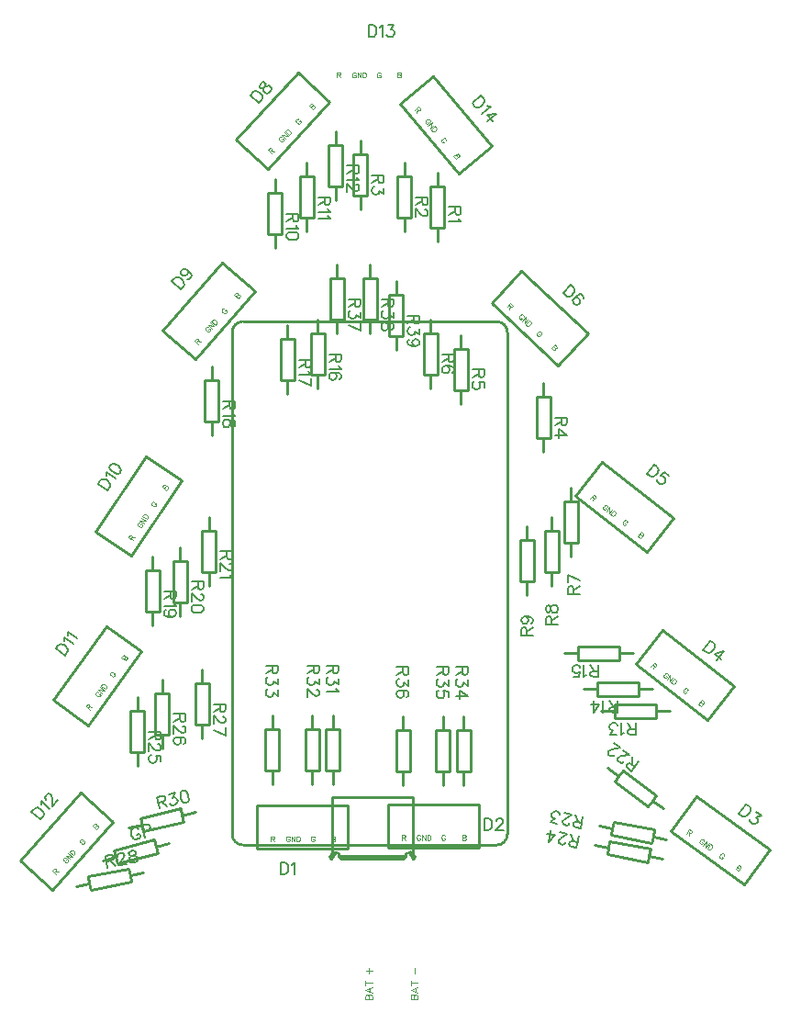
<source format=gto>
G04 Layer: TopSilkLayer*
G04 EasyEDA v6.4.25, 2021-12-23T10:59:56+01:00*
G04 4c1ba96cef074ee2a20bac9ac7328723,10*
G04 Gerber Generator version 0.2*
G04 Scale: 100 percent, Rotated: No, Reflected: No *
G04 Dimensions in millimeters *
G04 leading zeros omitted , absolute positions ,4 integer and 5 decimal *
%FSLAX45Y45*%
%MOMM*%

%ADD11C,0.1524*%
%ADD12C,0.2540*%
%ADD16C,0.1000*%
%ADD17C,0.1778*%

%LPD*%
D16*
X4303268Y546100D02*
G01*
X4365243Y546100D01*
X4303268Y546100D02*
G01*
X4303268Y572770D01*
X4306061Y581660D01*
X4309109Y584454D01*
X4314952Y587502D01*
X4321047Y587502D01*
X4326890Y584454D01*
X4329684Y581660D01*
X4332731Y572770D01*
X4332731Y546100D02*
G01*
X4332731Y572770D01*
X4335779Y581660D01*
X4338574Y584454D01*
X4344670Y587502D01*
X4353559Y587502D01*
X4359402Y584454D01*
X4362195Y581660D01*
X4365243Y572770D01*
X4365243Y546100D01*
X4303268Y630681D02*
G01*
X4365243Y607060D01*
X4303268Y630681D02*
G01*
X4365243Y654304D01*
X4344670Y615950D02*
G01*
X4344670Y645413D01*
X4303268Y694436D02*
G01*
X4365243Y694436D01*
X4303268Y673862D02*
G01*
X4303268Y715010D01*
X4338574Y780034D02*
G01*
X4338574Y833373D01*
X3884168Y546100D02*
G01*
X3946143Y546100D01*
X3884168Y546100D02*
G01*
X3884168Y572770D01*
X3886961Y581660D01*
X3890009Y584454D01*
X3895852Y587502D01*
X3901947Y587502D01*
X3907790Y584454D01*
X3910584Y581660D01*
X3913631Y572770D01*
X3913631Y546100D02*
G01*
X3913631Y572770D01*
X3916679Y581660D01*
X3919474Y584454D01*
X3925570Y587502D01*
X3934459Y587502D01*
X3940302Y584454D01*
X3943095Y581660D01*
X3946143Y572770D01*
X3946143Y546100D01*
X3884168Y630681D02*
G01*
X3946143Y607060D01*
X3884168Y630681D02*
G01*
X3946143Y654304D01*
X3925570Y615950D02*
G01*
X3925570Y645413D01*
X3884168Y694436D02*
G01*
X3946143Y694436D01*
X3884168Y673862D02*
G01*
X3884168Y715010D01*
X3893058Y806704D02*
G01*
X3946143Y806704D01*
X3919474Y780034D02*
G01*
X3919474Y833373D01*
D11*
X4141215Y6997700D02*
G01*
X4032250Y6997700D01*
X4141215Y6997700D02*
G01*
X4141215Y6950963D01*
X4136136Y6935470D01*
X4130802Y6930136D01*
X4120388Y6925055D01*
X4109974Y6925055D01*
X4099559Y6930136D01*
X4094479Y6935470D01*
X4089400Y6950963D01*
X4089400Y6997700D01*
X4089400Y6961378D02*
G01*
X4032250Y6925055D01*
X4141215Y6880352D02*
G01*
X4141215Y6823202D01*
X4099559Y6854189D01*
X4099559Y6838695D01*
X4094479Y6828281D01*
X4089400Y6823202D01*
X4073652Y6817868D01*
X4063238Y6817868D01*
X4047743Y6823202D01*
X4037329Y6833615D01*
X4032250Y6849110D01*
X4032250Y6864604D01*
X4037329Y6880352D01*
X4042409Y6885431D01*
X4052824Y6890765D01*
X4141215Y6757670D02*
G01*
X4136136Y6773163D01*
X4125722Y6778497D01*
X4115308Y6778497D01*
X4104893Y6773163D01*
X4099559Y6762750D01*
X4094479Y6742176D01*
X4089400Y6726428D01*
X4078986Y6716013D01*
X4068572Y6710934D01*
X4052824Y6710934D01*
X4042409Y6716013D01*
X4037329Y6721347D01*
X4032250Y6736842D01*
X4032250Y6757670D01*
X4037329Y6773163D01*
X4042409Y6778497D01*
X4052824Y6783578D01*
X4068572Y6783578D01*
X4078986Y6778497D01*
X4089400Y6768084D01*
X4094479Y6752589D01*
X4099559Y6731762D01*
X4104893Y6721347D01*
X4115308Y6716013D01*
X4125722Y6716013D01*
X4136136Y6721347D01*
X4141215Y6736842D01*
X4141215Y6757670D01*
X4382515Y6845300D02*
G01*
X4273550Y6845300D01*
X4382515Y6845300D02*
G01*
X4382515Y6798563D01*
X4377436Y6783070D01*
X4372102Y6777736D01*
X4361688Y6772655D01*
X4351274Y6772655D01*
X4340859Y6777736D01*
X4335779Y6783070D01*
X4330700Y6798563D01*
X4330700Y6845300D01*
X4330700Y6808978D02*
G01*
X4273550Y6772655D01*
X4382515Y6727952D02*
G01*
X4382515Y6670802D01*
X4340859Y6701789D01*
X4340859Y6686295D01*
X4335779Y6675881D01*
X4330700Y6670802D01*
X4314952Y6665468D01*
X4304538Y6665468D01*
X4289043Y6670802D01*
X4278629Y6681215D01*
X4273550Y6696710D01*
X4273550Y6712204D01*
X4278629Y6727952D01*
X4283709Y6733031D01*
X4294124Y6738365D01*
X4346193Y6563613D02*
G01*
X4330700Y6568947D01*
X4320286Y6579362D01*
X4314952Y6594855D01*
X4314952Y6600189D01*
X4320286Y6615684D01*
X4330700Y6626097D01*
X4346193Y6631178D01*
X4351274Y6631178D01*
X4367022Y6626097D01*
X4377436Y6615684D01*
X4382515Y6600189D01*
X4382515Y6594855D01*
X4377436Y6579362D01*
X4367022Y6568947D01*
X4346193Y6563613D01*
X4320286Y6563613D01*
X4294124Y6568947D01*
X4278629Y6579362D01*
X4273550Y6594855D01*
X4273550Y6605270D01*
X4278629Y6620763D01*
X4289043Y6626097D01*
D17*
X3911594Y9525129D02*
G01*
X3911594Y9415909D01*
X3911594Y9525129D02*
G01*
X3947916Y9525129D01*
X3963664Y9519795D01*
X3973824Y9509381D01*
X3979158Y9498967D01*
X3984238Y9483473D01*
X3984238Y9457565D01*
X3979158Y9441817D01*
X3973824Y9431657D01*
X3963664Y9421243D01*
X3947916Y9415909D01*
X3911594Y9415909D01*
X4018528Y9504301D02*
G01*
X4028942Y9509381D01*
X4044690Y9525129D01*
X4044690Y9415909D01*
X4089394Y9525129D02*
G01*
X4146544Y9525129D01*
X4115302Y9483473D01*
X4130796Y9483473D01*
X4141210Y9478393D01*
X4146544Y9473059D01*
X4151624Y9457565D01*
X4151624Y9447151D01*
X4146544Y9431657D01*
X4136130Y9421243D01*
X4120382Y9415909D01*
X4104888Y9415909D01*
X4089394Y9421243D01*
X4084060Y9426323D01*
X4078980Y9436737D01*
D16*
X3621394Y9090027D02*
G01*
X3621397Y9042275D01*
X3621394Y9090027D02*
G01*
X3641968Y9090027D01*
X3648572Y9087744D01*
X3650858Y9085455D01*
X3653144Y9081137D01*
X3653144Y9076562D01*
X3650858Y9071993D01*
X3648572Y9069704D01*
X3641968Y9067421D01*
X3621394Y9067419D01*
X3637396Y9067421D02*
G01*
X3653144Y9042275D01*
X3795130Y9078851D02*
G01*
X3792844Y9083423D01*
X3788272Y9087741D01*
X3783700Y9090027D01*
X3774810Y9090030D01*
X3770241Y9087741D01*
X3765664Y9083423D01*
X3763378Y9078849D01*
X3761094Y9071993D01*
X3761094Y9060563D01*
X3763380Y9053705D01*
X3765666Y9049130D01*
X3770238Y9044559D01*
X3774810Y9042275D01*
X3783703Y9042275D01*
X3788270Y9044564D01*
X3792844Y9049133D01*
X3795133Y9053705D01*
X3795128Y9060563D01*
X3783700Y9060563D02*
G01*
X3795128Y9060563D01*
X3810114Y9090027D02*
G01*
X3810116Y9042275D01*
X3810114Y9090027D02*
G01*
X3842120Y9042275D01*
X3842120Y9090027D02*
G01*
X3842120Y9042275D01*
X3857106Y9090025D02*
G01*
X3857109Y9042272D01*
X3857106Y9090025D02*
G01*
X3872854Y9090027D01*
X3879710Y9087741D01*
X3884284Y9083423D01*
X3886570Y9078851D01*
X3888856Y9071993D01*
X3888856Y9060561D01*
X3886570Y9053705D01*
X3884284Y9049133D01*
X3879712Y9044561D01*
X3872857Y9042275D01*
X3857109Y9042272D01*
X4023733Y9078851D02*
G01*
X4021444Y9083423D01*
X4016872Y9087741D01*
X4012300Y9090027D01*
X4003413Y9090027D01*
X3998838Y9087741D01*
X3994269Y9083423D01*
X3991980Y9078851D01*
X3989694Y9071993D01*
X3989694Y9060563D01*
X3991983Y9053705D01*
X3994266Y9049136D01*
X3998838Y9044559D01*
X4003413Y9042275D01*
X4012298Y9042275D01*
X4016872Y9044561D01*
X4021442Y9049133D01*
X4023728Y9053705D01*
X4023730Y9060563D01*
X4012300Y9060563D02*
G01*
X4023730Y9060563D01*
X4180194Y9090027D02*
G01*
X4180194Y9042272D01*
X4180194Y9090027D02*
G01*
X4200768Y9090027D01*
X4207370Y9087741D01*
X4209658Y9085455D01*
X4211944Y9081140D01*
X4211947Y9076562D01*
X4209658Y9071993D01*
X4207372Y9069707D01*
X4200768Y9067421D01*
X4180194Y9067421D02*
G01*
X4200768Y9067421D01*
X4207372Y9065133D01*
X4209658Y9062849D01*
X4211944Y9058275D01*
X4211944Y9051417D01*
X4209658Y9046847D01*
X4207372Y9044564D01*
X4200768Y9042275D01*
X4180194Y9042272D01*
D11*
X3836415Y6997700D02*
G01*
X3727450Y6997700D01*
X3836415Y6997700D02*
G01*
X3836415Y6950963D01*
X3831336Y6935470D01*
X3826002Y6930136D01*
X3815588Y6925055D01*
X3805174Y6925055D01*
X3794759Y6930136D01*
X3789679Y6935470D01*
X3784600Y6950963D01*
X3784600Y6997700D01*
X3784600Y6961378D02*
G01*
X3727450Y6925055D01*
X3836415Y6880352D02*
G01*
X3836415Y6823202D01*
X3794759Y6854189D01*
X3794759Y6838695D01*
X3789679Y6828281D01*
X3784600Y6823202D01*
X3768852Y6817868D01*
X3758438Y6817868D01*
X3742943Y6823202D01*
X3732529Y6833615D01*
X3727450Y6849110D01*
X3727450Y6864604D01*
X3732529Y6880352D01*
X3737609Y6885431D01*
X3748024Y6890765D01*
X3836415Y6710934D02*
G01*
X3727450Y6762750D01*
X3836415Y6783578D02*
G01*
X3836415Y6710934D01*
X3098794Y1804415D02*
G01*
X3098794Y1695450D01*
X3098794Y1804415D02*
G01*
X3135116Y1804415D01*
X3150864Y1799336D01*
X3161024Y1788921D01*
X3166358Y1778507D01*
X3171438Y1762760D01*
X3171438Y1736852D01*
X3166358Y1721357D01*
X3161024Y1710944D01*
X3150864Y1700529D01*
X3135116Y1695450D01*
X3098794Y1695450D01*
X3205728Y1783587D02*
G01*
X3216142Y1788921D01*
X3231890Y1804415D01*
X3231890Y1695450D01*
D16*
X3570599Y2046478D02*
G01*
X3570599Y1998726D01*
X3570599Y2046478D02*
G01*
X3591173Y2046478D01*
X3597777Y2044192D01*
X3600063Y2041905D01*
X3602349Y2037587D01*
X3602349Y2033015D01*
X3600063Y2028444D01*
X3597777Y2026157D01*
X3591173Y2023871D01*
X3570599Y2023871D02*
G01*
X3591173Y2023871D01*
X3597777Y2021586D01*
X3600063Y2019300D01*
X3602349Y2014728D01*
X3602349Y2007870D01*
X3600063Y2003297D01*
X3597777Y2001012D01*
X3591173Y1998726D01*
X3570599Y1998726D01*
X3414135Y2035302D02*
G01*
X3411849Y2039873D01*
X3407277Y2044192D01*
X3402705Y2046478D01*
X3393815Y2046478D01*
X3389243Y2044192D01*
X3384671Y2039873D01*
X3382385Y2035302D01*
X3380099Y2028444D01*
X3380099Y2017013D01*
X3382385Y2010155D01*
X3384671Y2005584D01*
X3389243Y2001012D01*
X3393815Y1998726D01*
X3402705Y1998726D01*
X3407277Y2001012D01*
X3411849Y2005584D01*
X3414135Y2010155D01*
X3414135Y2017013D01*
X3402705Y2017013D02*
G01*
X3414135Y2017013D01*
X3185535Y2035302D02*
G01*
X3183249Y2039873D01*
X3178677Y2044192D01*
X3174105Y2046478D01*
X3165215Y2046478D01*
X3160643Y2044192D01*
X3156071Y2039873D01*
X3153785Y2035302D01*
X3151499Y2028444D01*
X3151499Y2017013D01*
X3153785Y2010155D01*
X3156071Y2005584D01*
X3160643Y2001012D01*
X3165215Y1998726D01*
X3174105Y1998726D01*
X3178677Y2001012D01*
X3183249Y2005584D01*
X3185535Y2010155D01*
X3185535Y2017013D01*
X3174105Y2017013D02*
G01*
X3185535Y2017013D01*
X3200521Y2046478D02*
G01*
X3200521Y1998726D01*
X3200521Y2046478D02*
G01*
X3232525Y1998726D01*
X3232525Y2046478D02*
G01*
X3232525Y1998726D01*
X3247511Y2046478D02*
G01*
X3247511Y1998726D01*
X3247511Y2046478D02*
G01*
X3263259Y2046478D01*
X3270117Y2044192D01*
X3274689Y2039873D01*
X3276975Y2035302D01*
X3279261Y2028444D01*
X3279261Y2017013D01*
X3276975Y2010155D01*
X3274689Y2005584D01*
X3270117Y2001012D01*
X3263259Y1998726D01*
X3247511Y1998726D01*
X3011799Y2046478D02*
G01*
X3011799Y1998726D01*
X3011799Y2046478D02*
G01*
X3032373Y2046478D01*
X3038977Y2044192D01*
X3041263Y2041905D01*
X3043549Y2037587D01*
X3043549Y2033015D01*
X3041263Y2028444D01*
X3038977Y2026157D01*
X3032373Y2023871D01*
X3011799Y2023871D01*
X3027801Y2023871D02*
G01*
X3043549Y1998726D01*
D11*
X4978400Y2210815D02*
G01*
X4978400Y2101850D01*
X4978400Y2210815D02*
G01*
X5014722Y2210815D01*
X5030470Y2205736D01*
X5040629Y2195321D01*
X5045963Y2184907D01*
X5051043Y2169160D01*
X5051043Y2143252D01*
X5045963Y2127757D01*
X5040629Y2117344D01*
X5030470Y2106929D01*
X5014722Y2101850D01*
X4978400Y2101850D01*
X5090668Y2184907D02*
G01*
X5090668Y2189987D01*
X5095747Y2200402D01*
X5101081Y2205736D01*
X5111495Y2210815D01*
X5132070Y2210815D01*
X5142484Y2205736D01*
X5147818Y2200402D01*
X5152897Y2189987D01*
X5152897Y2179573D01*
X5147818Y2169160D01*
X5137404Y2153665D01*
X5085334Y2101850D01*
X5158231Y2101850D01*
D16*
X4777099Y2059178D02*
G01*
X4777099Y2011426D01*
X4777099Y2059178D02*
G01*
X4797673Y2059178D01*
X4804277Y2056892D01*
X4806563Y2054605D01*
X4808849Y2050287D01*
X4808849Y2045715D01*
X4806563Y2041144D01*
X4804277Y2038857D01*
X4797673Y2036571D01*
X4777099Y2036571D02*
G01*
X4797673Y2036571D01*
X4804277Y2034286D01*
X4806563Y2032000D01*
X4808849Y2027428D01*
X4808849Y2020570D01*
X4806563Y2015997D01*
X4804277Y2013712D01*
X4797673Y2011426D01*
X4777099Y2011426D01*
X4620635Y2048002D02*
G01*
X4618349Y2052573D01*
X4613777Y2056892D01*
X4609205Y2059178D01*
X4600315Y2059178D01*
X4595743Y2056892D01*
X4591171Y2052573D01*
X4588885Y2048002D01*
X4586599Y2041144D01*
X4586599Y2029713D01*
X4588885Y2022855D01*
X4591171Y2018284D01*
X4595743Y2013712D01*
X4600315Y2011426D01*
X4609205Y2011426D01*
X4613777Y2013712D01*
X4618349Y2018284D01*
X4620635Y2022855D01*
X4620635Y2029713D01*
X4609205Y2029713D02*
G01*
X4620635Y2029713D01*
X4392035Y2048002D02*
G01*
X4389749Y2052573D01*
X4385177Y2056892D01*
X4380605Y2059178D01*
X4371715Y2059178D01*
X4367143Y2056892D01*
X4362571Y2052573D01*
X4360285Y2048002D01*
X4357999Y2041144D01*
X4357999Y2029713D01*
X4360285Y2022855D01*
X4362571Y2018284D01*
X4367143Y2013712D01*
X4371715Y2011426D01*
X4380605Y2011426D01*
X4385177Y2013712D01*
X4389749Y2018284D01*
X4392035Y2022855D01*
X4392035Y2029713D01*
X4380605Y2029713D02*
G01*
X4392035Y2029713D01*
X4407021Y2059178D02*
G01*
X4407021Y2011426D01*
X4407021Y2059178D02*
G01*
X4439025Y2011426D01*
X4439025Y2059178D02*
G01*
X4439025Y2011426D01*
X4454011Y2059178D02*
G01*
X4454011Y2011426D01*
X4454011Y2059178D02*
G01*
X4469759Y2059178D01*
X4476617Y2056892D01*
X4481189Y2052573D01*
X4483475Y2048002D01*
X4485761Y2041144D01*
X4485761Y2029713D01*
X4483475Y2022855D01*
X4481189Y2018284D01*
X4476617Y2013712D01*
X4469759Y2011426D01*
X4454011Y2011426D01*
X4218299Y2059178D02*
G01*
X4218299Y2011426D01*
X4218299Y2059178D02*
G01*
X4238873Y2059178D01*
X4245477Y2056892D01*
X4247763Y2054605D01*
X4250049Y2050287D01*
X4250049Y2045715D01*
X4247763Y2041144D01*
X4245477Y2038857D01*
X4238873Y2036571D01*
X4218299Y2036571D01*
X4234301Y2036571D02*
G01*
X4250049Y2011426D01*
D11*
X7395687Y2341194D02*
G01*
X7331638Y2253038D01*
X7395687Y2341194D02*
G01*
X7425072Y2319845D01*
X7434828Y2306477D01*
X7436926Y2292080D01*
X7435121Y2280521D01*
X7429974Y2264793D01*
X7414745Y2243833D01*
X7401529Y2234285D01*
X7391092Y2228994D01*
X7376751Y2226543D01*
X7361024Y2231689D01*
X7331638Y2253038D01*
X7490625Y2272217D02*
G01*
X7536860Y2238626D01*
X7487305Y2223140D01*
X7499840Y2214034D01*
X7505280Y2203803D01*
X7506403Y2196706D01*
X7501463Y2180831D01*
X7495341Y2172406D01*
X7481917Y2163005D01*
X7467371Y2160701D01*
X7451852Y2165700D01*
X7439317Y2174806D01*
X7429560Y2188174D01*
X7428438Y2195268D01*
X7430244Y2206828D01*
D16*
X7326663Y1783087D02*
G01*
X7298596Y1744456D01*
X7326663Y1783087D02*
G01*
X7343307Y1770994D01*
X7347308Y1765264D01*
X7347813Y1762071D01*
X7347125Y1757235D01*
X7344435Y1753534D01*
X7339898Y1751180D01*
X7336706Y1750674D01*
X7330020Y1752706D01*
X7313376Y1764799D02*
G01*
X7330020Y1752706D01*
X7334018Y1746976D01*
X7334524Y1743783D01*
X7333686Y1738739D01*
X7329655Y1733191D01*
X7325118Y1730837D01*
X7321925Y1730331D01*
X7315240Y1732363D01*
X7298596Y1744456D01*
X7193511Y1866013D02*
G01*
X7194349Y1871057D01*
X7193188Y1877237D01*
X7190833Y1881774D01*
X7183640Y1886999D01*
X7178598Y1887837D01*
X7172363Y1887032D01*
X7167826Y1884677D01*
X7161944Y1880471D01*
X7155225Y1871225D01*
X7153046Y1864332D01*
X7152208Y1859290D01*
X7153219Y1852904D01*
X7155573Y1848368D01*
X7162766Y1843143D01*
X7167808Y1842305D01*
X7174194Y1843316D01*
X7178730Y1845670D01*
X7182761Y1851218D01*
X7173516Y1857936D02*
G01*
X7182761Y1851218D01*
X7008571Y2000382D02*
G01*
X7009409Y2005423D01*
X7008248Y2011606D01*
X7005891Y2016142D01*
X6998700Y2021367D01*
X6993658Y2022205D01*
X6987420Y2021400D01*
X6982884Y2019043D01*
X6977004Y2014839D01*
X6970285Y2005591D01*
X6968103Y1998700D01*
X6967265Y1993658D01*
X6968276Y1987273D01*
X6970633Y1982734D01*
X6977824Y1977509D01*
X6982866Y1976671D01*
X6989254Y1977684D01*
X6993790Y1980039D01*
X6997821Y1985586D01*
X6988573Y1992304D02*
G01*
X6997821Y1985586D01*
X7027263Y2000615D02*
G01*
X6999196Y1961982D01*
X7027263Y2000615D02*
G01*
X7025088Y1943171D01*
X7053155Y1981804D02*
G01*
X7025088Y1943171D01*
X7065279Y1972995D02*
G01*
X7037212Y1934362D01*
X7065279Y1972995D02*
G01*
X7078019Y1963737D01*
X7082223Y1957857D01*
X7083384Y1951677D01*
X7082546Y1946635D01*
X7080366Y1939742D01*
X7073645Y1930496D01*
X7067765Y1926290D01*
X7063229Y1923935D01*
X7056843Y1922924D01*
X7049952Y1925106D01*
X7037212Y1934362D01*
X6874583Y2111542D02*
G01*
X6846516Y2072911D01*
X6874583Y2111542D02*
G01*
X6891228Y2099449D01*
X6895228Y2093719D01*
X6895734Y2090526D01*
X6895045Y2085687D01*
X6892358Y2081989D01*
X6887822Y2079635D01*
X6884629Y2079129D01*
X6877941Y2081161D01*
X6861296Y2093254D01*
X6874243Y2083849D02*
G01*
X6872203Y2054247D01*
D11*
X7068703Y3850068D02*
G01*
X7001616Y3764198D01*
X7068703Y3850068D02*
G01*
X7097323Y3827706D01*
X7106605Y3814005D01*
X7108200Y3799545D01*
X7105992Y3788054D01*
X7100300Y3772517D01*
X7084349Y3752100D01*
X7070806Y3743020D01*
X7060194Y3738097D01*
X7045774Y3736144D01*
X7030237Y3741836D01*
X7001616Y3764198D01*
X7193996Y3752174D02*
G01*
X7108240Y3726985D01*
X7169691Y3678979D01*
X7193996Y3752174D02*
G01*
X7126912Y3666309D01*
D16*
X6987684Y3301964D02*
G01*
X6958286Y3264334D01*
X6987684Y3301964D02*
G01*
X7003897Y3289297D01*
X7007692Y3283432D01*
X7008088Y3280222D01*
X7007230Y3275413D01*
X7004415Y3271809D01*
X6999798Y3269612D01*
X6996592Y3269218D01*
X6989978Y3271484D01*
X6973768Y3284151D02*
G01*
X6989978Y3271484D01*
X6993775Y3265617D01*
X6994169Y3262409D01*
X6993155Y3257397D01*
X6988934Y3251995D01*
X6984316Y3249797D01*
X6981111Y3249404D01*
X6974499Y3251669D01*
X6958286Y3264334D01*
X6857509Y3389487D02*
G01*
X6858520Y3394496D01*
X6857578Y3400714D01*
X6855381Y3405332D01*
X6848378Y3410803D01*
X6843364Y3411819D01*
X6837105Y3411230D01*
X6832488Y3409033D01*
X6826465Y3405037D01*
X6819427Y3396030D01*
X6817006Y3389218D01*
X6815993Y3384209D01*
X6816783Y3377791D01*
X6818977Y3373175D01*
X6825983Y3367699D01*
X6830992Y3366688D01*
X6837410Y3367476D01*
X6842028Y3369670D01*
X6846249Y3375075D01*
X6837243Y3382114D02*
G01*
X6846249Y3375075D01*
X6677370Y3530226D02*
G01*
X6678381Y3535238D01*
X6677439Y3541455D01*
X6675244Y3546071D01*
X6668236Y3551542D01*
X6663225Y3552558D01*
X6656966Y3551969D01*
X6652351Y3549774D01*
X6646326Y3545779D01*
X6639290Y3536769D01*
X6636870Y3529959D01*
X6635854Y3524948D01*
X6636641Y3518529D01*
X6638836Y3513914D01*
X6645843Y3508443D01*
X6650855Y3507427D01*
X6657271Y3508214D01*
X6661889Y3510409D01*
X6666110Y3515817D01*
X6657103Y3522853D02*
G01*
X6666110Y3515817D01*
X6696059Y3529807D02*
G01*
X6666659Y3492179D01*
X6696059Y3529807D02*
G01*
X6691878Y3472474D01*
X6721276Y3510102D02*
G01*
X6691878Y3472474D01*
X6733087Y3500879D02*
G01*
X6703687Y3463246D01*
X6733087Y3500879D02*
G01*
X6745498Y3491181D01*
X6749493Y3485159D01*
X6750438Y3478941D01*
X6749422Y3473932D01*
X6747002Y3467120D01*
X6739966Y3458113D01*
X6733941Y3454115D01*
X6729326Y3451920D01*
X6722910Y3451133D01*
X6716097Y3453554D01*
X6703687Y3463246D01*
X6547345Y3645997D02*
G01*
X6517944Y3608367D01*
X6547345Y3645997D02*
G01*
X6563555Y3633330D01*
X6567352Y3627462D01*
X6567746Y3624252D01*
X6566888Y3619444D01*
X6564073Y3615842D01*
X6559458Y3613645D01*
X6556250Y3613251D01*
X6549638Y3615514D01*
X6533426Y3628181D01*
X6546034Y3618331D02*
G01*
X6542963Y3588819D01*
D11*
X6548000Y5475665D02*
G01*
X6480914Y5389801D01*
X6548000Y5475665D02*
G01*
X6576623Y5453303D01*
X6585905Y5439605D01*
X6587500Y5425145D01*
X6585292Y5413654D01*
X6579600Y5398117D01*
X6563649Y5377700D01*
X6550106Y5368620D01*
X6539491Y5363697D01*
X6525074Y5361746D01*
X6509537Y5367439D01*
X6480914Y5389801D01*
X6681505Y5371363D02*
G01*
X6640471Y5403420D01*
X6607695Y5369720D01*
X6614828Y5370593D01*
X6630520Y5365102D01*
X6642729Y5355564D01*
X6651655Y5341820D01*
X6653606Y5327403D01*
X6648114Y5311708D01*
X6641703Y5303504D01*
X6627959Y5294579D01*
X6613342Y5292783D01*
X6598005Y5298318D01*
X6585795Y5307858D01*
X6576514Y5321556D01*
X6575638Y5328686D01*
X6577848Y5340177D01*
D16*
X6428884Y4851364D02*
G01*
X6399484Y4813736D01*
X6428884Y4851364D02*
G01*
X6445097Y4838697D01*
X6448892Y4832830D01*
X6449286Y4829622D01*
X6448430Y4824811D01*
X6445615Y4821209D01*
X6440998Y4819014D01*
X6437790Y4818618D01*
X6431178Y4820884D01*
X6414965Y4833551D02*
G01*
X6431178Y4820884D01*
X6434975Y4815017D01*
X6435369Y4811809D01*
X6434355Y4806797D01*
X6430134Y4801395D01*
X6425516Y4799197D01*
X6422308Y4798804D01*
X6415697Y4801069D01*
X6399484Y4813736D01*
X6298707Y4938887D02*
G01*
X6299720Y4943896D01*
X6298778Y4950114D01*
X6296581Y4954729D01*
X6289575Y4960203D01*
X6284567Y4961216D01*
X6278305Y4960630D01*
X6273688Y4958433D01*
X6267665Y4954437D01*
X6260627Y4945430D01*
X6258206Y4938618D01*
X6257193Y4933609D01*
X6257980Y4927191D01*
X6260177Y4922575D01*
X6267183Y4917102D01*
X6272192Y4916088D01*
X6278610Y4916876D01*
X6283225Y4919070D01*
X6287449Y4924475D01*
X6278443Y4931511D02*
G01*
X6287449Y4924475D01*
X6118567Y5079626D02*
G01*
X6119581Y5084638D01*
X6118639Y5090855D01*
X6116441Y5095471D01*
X6109436Y5100944D01*
X6104427Y5101958D01*
X6098166Y5101369D01*
X6093548Y5099174D01*
X6087526Y5095176D01*
X6080488Y5086169D01*
X6078067Y5079359D01*
X6077054Y5074348D01*
X6077841Y5067932D01*
X6080038Y5063314D01*
X6087043Y5057841D01*
X6092052Y5056827D01*
X6098471Y5057617D01*
X6103086Y5059812D01*
X6107310Y5065217D01*
X6098303Y5072253D02*
G01*
X6107310Y5065217D01*
X6137259Y5079207D02*
G01*
X6107859Y5041577D01*
X6137259Y5079207D02*
G01*
X6133078Y5021874D01*
X6162479Y5059504D02*
G01*
X6133078Y5021874D01*
X6174287Y5050276D02*
G01*
X6144887Y5012649D01*
X6174287Y5050276D02*
G01*
X6186695Y5040581D01*
X6190693Y5034559D01*
X6191638Y5028341D01*
X6190625Y5023330D01*
X6188204Y5016520D01*
X6181166Y5007513D01*
X6175143Y5003515D01*
X6170526Y5001320D01*
X6164110Y5000533D01*
X6157297Y5002954D01*
X6144887Y5012649D01*
X5988542Y5195397D02*
G01*
X5959144Y5157767D01*
X5988542Y5195397D02*
G01*
X6004755Y5182730D01*
X6008552Y5176862D01*
X6008946Y5173654D01*
X6008090Y5168844D01*
X6005276Y5165239D01*
X6000658Y5163045D01*
X5997450Y5162651D01*
X5990838Y5164917D01*
X5974626Y5177581D01*
X5987234Y5167731D02*
G01*
X5984163Y5138219D01*
D11*
X5780946Y7132833D02*
G01*
X5706630Y7053140D01*
X5780946Y7132833D02*
G01*
X5807509Y7108060D01*
X5815563Y7093605D01*
X5815891Y7079058D01*
X5812688Y7067804D01*
X5805665Y7052823D01*
X5787997Y7033877D01*
X5773712Y7026008D01*
X5762708Y7022030D01*
X5748177Y7021342D01*
X5733194Y7028367D01*
X5706630Y7053140D01*
X5894283Y7005957D02*
G01*
X5897483Y7017209D01*
X5889617Y7031494D01*
X5881999Y7038596D01*
X5867206Y7045446D01*
X5848847Y7041032D01*
X5827278Y7025723D01*
X5809609Y7006772D01*
X5799305Y6987903D01*
X5799818Y6973186D01*
X5807687Y6958901D01*
X5811586Y6955264D01*
X5826384Y6948413D01*
X5841103Y6948926D01*
X5855385Y6956793D01*
X5859023Y6960694D01*
X5865875Y6975492D01*
X5865360Y6990209D01*
X5857493Y7004494D01*
X5853592Y7008131D01*
X5838794Y7014982D01*
X5824077Y7014469D01*
X5809609Y7006772D01*
D16*
X5631500Y6579821D02*
G01*
X5598934Y6544896D01*
X5631500Y6579821D02*
G01*
X5646549Y6565788D01*
X5649818Y6559616D01*
X5649932Y6556385D01*
X5648657Y6551665D01*
X5645541Y6548323D01*
X5640750Y6546537D01*
X5637519Y6546425D01*
X5631131Y6549257D01*
X5616084Y6563288D02*
G01*
X5631131Y6549257D01*
X5634403Y6543080D01*
X5634515Y6539852D01*
X5633067Y6534947D01*
X5628391Y6529931D01*
X5623600Y6528147D01*
X5620369Y6528036D01*
X5613981Y6530868D01*
X5598934Y6544896D01*
X5509447Y6678358D02*
G01*
X5510895Y6683260D01*
X5510496Y6689537D01*
X5508713Y6694324D01*
X5502211Y6700387D01*
X5497306Y6701833D01*
X5491020Y6701795D01*
X5486227Y6700009D01*
X5479879Y6696555D01*
X5472084Y6688195D01*
X5469079Y6681619D01*
X5467634Y6676717D01*
X5467860Y6670253D01*
X5469643Y6665465D01*
X5476146Y6659402D01*
X5481048Y6657957D01*
X5487509Y6658180D01*
X5492300Y6659966D01*
X5496976Y6664980D01*
X5488617Y6672775D02*
G01*
X5496976Y6664980D01*
X5342262Y6834261D02*
G01*
X5343707Y6839163D01*
X5343309Y6845439D01*
X5341523Y6850230D01*
X5335023Y6856293D01*
X5330118Y6857740D01*
X5323832Y6857697D01*
X5319041Y6855914D01*
X5312691Y6852457D01*
X5304896Y6844098D01*
X5301889Y6837525D01*
X5300446Y6832620D01*
X5300670Y6826161D01*
X5302455Y6821370D01*
X5308955Y6815307D01*
X5313862Y6813859D01*
X5320322Y6814085D01*
X5325112Y6815871D01*
X5329788Y6820885D01*
X5321429Y6828680D02*
G01*
X5329788Y6820885D01*
X5360845Y6832213D02*
G01*
X5328277Y6797291D01*
X5360845Y6832213D02*
G01*
X5351683Y6775462D01*
X5384248Y6810387D02*
G01*
X5351683Y6775462D01*
X5395208Y6800166D02*
G01*
X5362643Y6765241D01*
X5395208Y6800166D02*
G01*
X5406725Y6789427D01*
X5410184Y6783077D01*
X5410583Y6776803D01*
X5409135Y6771899D01*
X5406133Y6765325D01*
X5398335Y6756966D01*
X5391985Y6753509D01*
X5387197Y6751726D01*
X5380733Y6751500D01*
X5374162Y6754502D01*
X5362643Y6765241D01*
X5222821Y6960923D02*
G01*
X5190253Y6925998D01*
X5222821Y6960923D02*
G01*
X5237866Y6946892D01*
X5241137Y6940715D01*
X5241251Y6937484D01*
X5239979Y6932767D01*
X5236860Y6929424D01*
X5232072Y6927639D01*
X5228838Y6927527D01*
X5222450Y6930359D01*
X5207406Y6944387D01*
X5219105Y6933478D02*
G01*
X5213474Y6904344D01*
D11*
X4952436Y8875224D02*
G01*
X4868964Y8805181D01*
X4952436Y8875224D02*
G01*
X4975783Y8847399D01*
X4982014Y8832070D01*
X4980569Y8817592D01*
X4976020Y8806812D01*
X4967221Y8792799D01*
X4947373Y8776147D01*
X4932240Y8770078D01*
X4920833Y8767470D01*
X4906324Y8768560D01*
X4892311Y8777358D01*
X4868964Y8805181D01*
X5005217Y8779918D02*
G01*
X5015997Y8775369D01*
X5037988Y8773266D01*
X4954516Y8703223D01*
X5093337Y8707305D02*
G01*
X5004381Y8700305D01*
X5054343Y8640765D01*
X5093337Y8707305D02*
G01*
X5009865Y8637262D01*
D16*
X4734653Y8345213D02*
G01*
X4698075Y8314517D01*
X4734653Y8345213D02*
G01*
X4747879Y8329449D01*
X4750374Y8322924D01*
X4750092Y8319703D01*
X4748253Y8315175D01*
X4744750Y8312238D01*
X4739779Y8311050D01*
X4736558Y8311332D01*
X4730564Y8314921D01*
X4717338Y8330681D02*
G01*
X4730564Y8314921D01*
X4733058Y8308390D01*
X4732776Y8305172D01*
X4730742Y8300481D01*
X4725489Y8296074D01*
X4720516Y8294888D01*
X4717295Y8295167D01*
X4711298Y8298759D01*
X4698075Y8314517D01*
X4625520Y8457887D02*
G01*
X4627554Y8462578D01*
X4627923Y8468855D01*
X4626736Y8473828D01*
X4621022Y8480638D01*
X4616330Y8482670D01*
X4610084Y8483396D01*
X4605111Y8482208D01*
X4598390Y8479553D01*
X4589635Y8472205D01*
X4585850Y8466046D01*
X4583818Y8461357D01*
X4583254Y8454913D01*
X4584440Y8449942D01*
X4590155Y8443132D01*
X4594844Y8441100D01*
X4601288Y8440536D01*
X4606259Y8441723D01*
X4611512Y8446129D01*
X4604164Y8454887D02*
G01*
X4611512Y8446129D01*
X4478581Y8633005D02*
G01*
X4480613Y8637694D01*
X4480981Y8643973D01*
X4479795Y8648943D01*
X4474080Y8655753D01*
X4469391Y8657788D01*
X4463143Y8658514D01*
X4458172Y8657325D01*
X4451449Y8654669D01*
X4442691Y8647323D01*
X4438906Y8641163D01*
X4436874Y8636472D01*
X4436313Y8630033D01*
X4437499Y8625060D01*
X4443214Y8618250D01*
X4447905Y8616215D01*
X4454344Y8615652D01*
X4459315Y8616843D01*
X4464570Y8621250D01*
X4457222Y8630005D02*
G01*
X4464570Y8621250D01*
X4496775Y8628707D02*
G01*
X4460194Y8598014D01*
X4496775Y8628707D02*
G01*
X4480765Y8573498D01*
X4517344Y8604191D02*
G01*
X4480765Y8573498D01*
X4526978Y8592713D02*
G01*
X4490399Y8562017D01*
X4526978Y8592713D02*
G01*
X4537100Y8580648D01*
X4539757Y8573924D01*
X4539388Y8567648D01*
X4537354Y8562957D01*
X4533572Y8556800D01*
X4524816Y8549452D01*
X4518093Y8546795D01*
X4513122Y8545609D01*
X4506678Y8546170D01*
X4500521Y8549952D01*
X4490399Y8562017D01*
X4375467Y8773279D02*
G01*
X4338886Y8742583D01*
X4375467Y8773279D02*
G01*
X4388690Y8757518D01*
X4391182Y8750988D01*
X4390900Y8747767D01*
X4389064Y8743241D01*
X4385561Y8740302D01*
X4380590Y8739116D01*
X4377369Y8739398D01*
X4371373Y8742987D01*
X4358149Y8758745D01*
X4368434Y8746489D02*
G01*
X4359295Y8718262D01*
D11*
X2823966Y8879746D02*
G01*
X2903659Y8805430D01*
X2823966Y8879746D02*
G01*
X2848739Y8906309D01*
X2863194Y8914361D01*
X2877738Y8914691D01*
X2888993Y8911488D01*
X2903976Y8904465D01*
X2922922Y8886794D01*
X2930791Y8872514D01*
X2934769Y8861511D01*
X2935457Y8846977D01*
X2928432Y8831994D01*
X2903659Y8805430D01*
X2914738Y8977086D02*
G01*
X2907713Y8962102D01*
X2911866Y8951285D01*
X2919483Y8944183D01*
X2930563Y8940797D01*
X2941566Y8944777D01*
X2959486Y8956542D01*
X2973771Y8964411D01*
X2988487Y8964924D01*
X2999742Y8961721D01*
X3011258Y8950982D01*
X3015236Y8939979D01*
X3015488Y8932799D01*
X3008462Y8917818D01*
X2994431Y8902771D01*
X2979976Y8894719D01*
X2972795Y8894467D01*
X2961543Y8897670D01*
X2950027Y8908409D01*
X2946046Y8919413D01*
X2945531Y8934129D01*
X2952384Y8948928D01*
X2962871Y8967624D01*
X2966074Y8978879D01*
X2961921Y8989695D01*
X2954307Y8996799D01*
X2943225Y9000187D01*
X2928769Y8992130D01*
X2914738Y8977086D01*
D16*
X3364278Y8781102D02*
G01*
X3399203Y8748534D01*
X3364278Y8781102D02*
G01*
X3378309Y8796149D01*
X3384483Y8799418D01*
X3387717Y8799532D01*
X3392431Y8798260D01*
X3395779Y8795141D01*
X3397562Y8790350D01*
X3397674Y8787119D01*
X3394842Y8780731D01*
X3380811Y8765684D02*
G01*
X3394842Y8780731D01*
X3401019Y8784000D01*
X3404247Y8784115D01*
X3409152Y8782667D01*
X3414168Y8777991D01*
X3415952Y8773200D01*
X3416063Y8769972D01*
X3413231Y8763581D01*
X3399203Y8748534D01*
X3265744Y8659050D02*
G01*
X3260839Y8660495D01*
X3254565Y8660096D01*
X3249775Y8658311D01*
X3243712Y8651811D01*
X3242264Y8646906D01*
X3242307Y8640620D01*
X3244090Y8635829D01*
X3247547Y8629479D01*
X3255906Y8621684D01*
X3262482Y8618679D01*
X3267382Y8617234D01*
X3273846Y8617458D01*
X3278637Y8619243D01*
X3284697Y8625743D01*
X3286145Y8630648D01*
X3285916Y8637107D01*
X3284133Y8641897D01*
X3279119Y8646576D01*
X3271324Y8638217D02*
G01*
X3279119Y8646576D01*
X3109838Y8491862D02*
G01*
X3104936Y8493307D01*
X3098660Y8492909D01*
X3093869Y8491126D01*
X3087804Y8484623D01*
X3086361Y8479721D01*
X3086399Y8473429D01*
X3088185Y8468639D01*
X3091642Y8462291D01*
X3100001Y8454496D01*
X3106574Y8451491D01*
X3111479Y8450044D01*
X3117941Y8450270D01*
X3122729Y8452055D01*
X3128794Y8458558D01*
X3130237Y8463460D01*
X3130014Y8469922D01*
X3128230Y8474712D01*
X3123211Y8479388D01*
X3115419Y8471029D02*
G01*
X3123211Y8479388D01*
X3111883Y8510442D02*
G01*
X3146808Y8477877D01*
X3111883Y8510442D02*
G01*
X3168637Y8501283D01*
X3133712Y8533851D02*
G01*
X3168637Y8501283D01*
X3143933Y8544808D02*
G01*
X3178858Y8512243D01*
X3143933Y8544808D02*
G01*
X3154672Y8556327D01*
X3161019Y8559782D01*
X3167298Y8560183D01*
X3172200Y8558735D01*
X3178774Y8555730D01*
X3187136Y8547935D01*
X3190590Y8541588D01*
X3192376Y8536797D01*
X3192602Y8530336D01*
X3189597Y8523762D01*
X3178858Y8512243D01*
X2983176Y8372421D02*
G01*
X3018101Y8339856D01*
X2983176Y8372421D02*
G01*
X2997207Y8387468D01*
X3003382Y8390740D01*
X3006615Y8390851D01*
X3011332Y8389579D01*
X3014677Y8386460D01*
X3016460Y8381672D01*
X3016575Y8378438D01*
X3013740Y8372050D01*
X2999712Y8357003D01*
X3010623Y8368705D02*
G01*
X3039755Y8363074D01*
D11*
X2097377Y7162243D02*
G01*
X2179614Y7090752D01*
X2097377Y7162243D02*
G01*
X2121207Y7189655D01*
X2135375Y7198207D01*
X2149899Y7199043D01*
X2161258Y7196239D01*
X2176475Y7189739D01*
X2196028Y7172741D01*
X2204389Y7158743D01*
X2208750Y7147885D01*
X2209942Y7133384D01*
X2203447Y7118167D01*
X2179614Y7090752D01*
X2239274Y7270109D02*
G01*
X2247633Y7256111D01*
X2248659Y7241418D01*
X2242520Y7226226D01*
X2239022Y7222197D01*
X2224831Y7214003D01*
X2210140Y7212977D01*
X2194946Y7219116D01*
X2191113Y7222449D01*
X2182726Y7236807D01*
X2181699Y7251499D01*
X2188029Y7266525D01*
X2191529Y7270551D01*
X2205527Y7278913D01*
X2220221Y7279939D01*
X2239274Y7270109D01*
X2258827Y7253109D01*
X2275238Y7232114D01*
X2280099Y7214090D01*
X2273767Y7199063D01*
X2266937Y7191202D01*
X2252769Y7182652D01*
X2241577Y7185649D01*
D16*
X2674139Y7037694D02*
G01*
X2710177Y7006366D01*
X2674139Y7037694D02*
G01*
X2687634Y7053221D01*
X2693695Y7056706D01*
X2696918Y7056932D01*
X2701678Y7055822D01*
X2705127Y7052825D01*
X2707081Y7048098D01*
X2707304Y7044872D01*
X2704696Y7038390D01*
X2691201Y7022861D02*
G01*
X2704696Y7038390D01*
X2710754Y7041875D01*
X2713979Y7042099D01*
X2718930Y7040826D01*
X2724104Y7036325D01*
X2726057Y7031601D01*
X2726283Y7028378D01*
X2723677Y7021890D01*
X2710177Y7006366D01*
X2579923Y6912277D02*
G01*
X2574973Y6913549D01*
X2568714Y6912932D01*
X2563990Y6910984D01*
X2558158Y6904273D01*
X2556883Y6899323D01*
X2557142Y6893039D01*
X2559095Y6888314D01*
X2562771Y6882089D01*
X2571396Y6874591D01*
X2578072Y6871817D01*
X2583022Y6870542D01*
X2589471Y6870994D01*
X2594195Y6872945D01*
X2600027Y6879653D01*
X2601305Y6884603D01*
X2600853Y6891055D01*
X2598902Y6895779D01*
X2593726Y6900278D01*
X2586225Y6891652D02*
G01*
X2593726Y6900278D01*
X2429949Y6739750D02*
G01*
X2424998Y6741022D01*
X2418740Y6740405D01*
X2414013Y6738457D01*
X2408181Y6731746D01*
X2406909Y6726796D01*
X2407168Y6720514D01*
X2409118Y6715787D01*
X2412794Y6709564D01*
X2421420Y6702064D01*
X2428095Y6699290D01*
X2433048Y6698015D01*
X2439497Y6698467D01*
X2444221Y6700418D01*
X2450053Y6707129D01*
X2451328Y6712079D01*
X2450879Y6718528D01*
X2448925Y6723253D01*
X2443751Y6727751D01*
X2436253Y6719125D02*
G01*
X2443751Y6727751D01*
X2431346Y6758391D02*
G01*
X2467383Y6727065D01*
X2431346Y6758391D02*
G01*
X2488379Y6751215D01*
X2452342Y6782546D02*
G01*
X2488379Y6751215D01*
X2462174Y6793857D02*
G01*
X2498211Y6762529D01*
X2462174Y6793857D02*
G01*
X2472507Y6805742D01*
X2478730Y6809417D01*
X2484988Y6810034D01*
X2489939Y6808762D01*
X2496614Y6805985D01*
X2505240Y6798487D01*
X2508915Y6792262D01*
X2510866Y6787537D01*
X2511318Y6781088D01*
X2508544Y6774411D01*
X2498211Y6762529D01*
X2307534Y6615963D02*
G01*
X2343571Y6584635D01*
X2307534Y6615963D02*
G01*
X2321031Y6631487D01*
X2327087Y6634972D01*
X2330312Y6635198D01*
X2335072Y6634091D01*
X2338524Y6631094D01*
X2340472Y6626367D01*
X2340698Y6623141D01*
X2338092Y6616659D01*
X2324595Y6601129D01*
X2335090Y6613207D02*
G01*
X2364402Y6608594D01*
D11*
X1415696Y5296882D02*
G01*
X1506032Y5235950D01*
X1415696Y5296882D02*
G01*
X1436009Y5326997D01*
X1449026Y5337210D01*
X1463339Y5339811D01*
X1474957Y5338411D01*
X1490853Y5333817D01*
X1512333Y5319328D01*
X1522336Y5306451D01*
X1527987Y5296207D01*
X1530939Y5281960D01*
X1526344Y5266065D01*
X1506032Y5235950D01*
X1492760Y5373890D02*
G01*
X1494162Y5385506D01*
X1490121Y5407225D01*
X1580459Y5346293D01*
X1526626Y5461345D02*
G01*
X1522173Y5445658D01*
X1529407Y5428218D01*
X1548043Y5409519D01*
X1560888Y5400857D01*
X1585419Y5390436D01*
X1604088Y5390408D01*
X1616961Y5400410D01*
X1622788Y5409044D01*
X1627383Y5424942D01*
X1620359Y5442237D01*
X1601510Y5461081D01*
X1588665Y5469742D01*
X1564345Y5480019D01*
X1545468Y5480192D01*
X1532450Y5469978D01*
X1526626Y5461345D01*
D16*
X2008784Y5265158D02*
G01*
X2048370Y5238455D01*
X2008784Y5265158D02*
G01*
X2020290Y5282214D01*
X2025878Y5286410D01*
X2029051Y5287027D01*
X2033910Y5286509D01*
X2037699Y5283951D01*
X2040209Y5279499D01*
X2040829Y5276326D01*
X2039030Y5269572D01*
X2027524Y5252516D02*
G01*
X2039030Y5269572D01*
X2044618Y5273768D01*
X2047791Y5274386D01*
X2052861Y5273725D01*
X2058545Y5269890D01*
X2061057Y5265437D01*
X2061674Y5262265D01*
X2059876Y5255511D01*
X2048370Y5238455D01*
X1930554Y5129192D02*
G01*
X1925487Y5129855D01*
X1919351Y5128480D01*
X1914900Y5125966D01*
X1909927Y5118597D01*
X1909267Y5113530D01*
X1910288Y5107325D01*
X1912802Y5102870D01*
X1917207Y5097142D01*
X1926683Y5090749D01*
X1933648Y5088808D01*
X1938715Y5088148D01*
X1945063Y5089382D01*
X1949516Y5091894D01*
X1954486Y5099265D01*
X1955147Y5104333D01*
X1953915Y5110680D01*
X1951403Y5115130D01*
X1945716Y5118968D01*
X1939328Y5109491D02*
G01*
X1945716Y5118968D01*
X1802724Y4939675D02*
G01*
X1797654Y4940335D01*
X1791517Y4938961D01*
X1787067Y4936449D01*
X1782094Y4929078D01*
X1781434Y4924010D01*
X1782457Y4917805D01*
X1784969Y4913353D01*
X1789379Y4907625D01*
X1798853Y4901232D01*
X1805815Y4899291D01*
X1810885Y4898631D01*
X1817230Y4899863D01*
X1821685Y4902377D01*
X1826656Y4909746D01*
X1827319Y4914813D01*
X1826082Y4921163D01*
X1823570Y4925613D01*
X1817885Y4929449D01*
X1811494Y4919974D02*
G01*
X1817885Y4929449D01*
X1801837Y4958349D02*
G01*
X1841428Y4931646D01*
X1801837Y4958349D02*
G01*
X1859323Y4958179D01*
X1819734Y4984882D02*
G01*
X1859323Y4958179D01*
X1828116Y4997305D02*
G01*
X1867702Y4970602D01*
X1828116Y4997305D02*
G01*
X1836922Y5010360D01*
X1842650Y5014767D01*
X1848787Y5016144D01*
X1853857Y5015484D01*
X1860819Y5013543D01*
X1870295Y5007150D01*
X1874702Y5001422D01*
X1877214Y4996969D01*
X1878449Y4990622D01*
X1876508Y4983657D01*
X1867702Y4970602D01*
X1696305Y4801890D02*
G01*
X1735894Y4775189D01*
X1696305Y4801890D02*
G01*
X1707812Y4818946D01*
X1713400Y4823145D01*
X1716572Y4823762D01*
X1721431Y4823244D01*
X1725223Y4820686D01*
X1727733Y4816233D01*
X1728350Y4813061D01*
X1726552Y4806307D01*
X1715048Y4789251D01*
X1723997Y4802515D02*
G01*
X1753651Y4801511D01*
D11*
X1024305Y3776187D02*
G01*
X1112459Y3712138D01*
X1024305Y3776187D02*
G01*
X1045654Y3805572D01*
X1059022Y3815326D01*
X1073416Y3817424D01*
X1084978Y3815621D01*
X1100703Y3810472D01*
X1121663Y3795245D01*
X1131214Y3782026D01*
X1136505Y3771592D01*
X1138956Y3757251D01*
X1133810Y3741524D01*
X1112459Y3712138D01*
X1104011Y3850457D02*
G01*
X1105816Y3862019D01*
X1102537Y3883865D01*
X1190693Y3819817D01*
X1139543Y3899362D02*
G01*
X1141348Y3910924D01*
X1137920Y3932565D01*
X1226075Y3868519D01*
D16*
X1633212Y3694463D02*
G01*
X1671843Y3666396D01*
X1633212Y3694463D02*
G01*
X1645302Y3711107D01*
X1651035Y3715105D01*
X1654228Y3715613D01*
X1659067Y3714925D01*
X1662762Y3712237D01*
X1665119Y3707698D01*
X1665625Y3704506D01*
X1663590Y3697820D01*
X1651500Y3681173D02*
G01*
X1663590Y3697820D01*
X1669323Y3701818D01*
X1672516Y3702324D01*
X1677560Y3701488D01*
X1683105Y3697455D01*
X1685462Y3692918D01*
X1685970Y3689725D01*
X1683938Y3683038D01*
X1671843Y3666396D01*
X1550286Y3561313D02*
G01*
X1545242Y3562149D01*
X1539062Y3560988D01*
X1534525Y3558633D01*
X1529300Y3551443D01*
X1528460Y3546398D01*
X1529267Y3540163D01*
X1531625Y3535624D01*
X1535828Y3529746D01*
X1545074Y3523028D01*
X1551967Y3520846D01*
X1557009Y3520005D01*
X1563395Y3521019D01*
X1567931Y3523373D01*
X1573156Y3530566D01*
X1573997Y3535608D01*
X1572986Y3541994D01*
X1570629Y3546530D01*
X1565081Y3550561D01*
X1558361Y3541316D02*
G01*
X1565081Y3550561D01*
X1415917Y3376371D02*
G01*
X1410873Y3377206D01*
X1404696Y3376048D01*
X1400157Y3373694D01*
X1394932Y3366500D01*
X1394094Y3361458D01*
X1394901Y3355223D01*
X1397256Y3350684D01*
X1401460Y3344804D01*
X1410705Y3338085D01*
X1417599Y3335903D01*
X1422641Y3335065D01*
X1429026Y3336079D01*
X1433563Y3338433D01*
X1438788Y3345624D01*
X1439628Y3350666D01*
X1438617Y3357054D01*
X1436260Y3361588D01*
X1430713Y3365621D01*
X1423995Y3356373D02*
G01*
X1430713Y3365621D01*
X1415684Y3395063D02*
G01*
X1454315Y3366996D01*
X1415684Y3395063D02*
G01*
X1473128Y3392886D01*
X1434495Y3420955D02*
G01*
X1473128Y3392886D01*
X1443304Y3433079D02*
G01*
X1481937Y3405012D01*
X1443304Y3433079D02*
G01*
X1452562Y3445819D01*
X1458442Y3450023D01*
X1464622Y3451184D01*
X1469664Y3450348D01*
X1476557Y3448166D01*
X1485803Y3441448D01*
X1490009Y3435565D01*
X1492361Y3431029D01*
X1493375Y3424643D01*
X1491193Y3417750D01*
X1481937Y3405012D01*
X1304757Y3242386D02*
G01*
X1343388Y3214316D01*
X1304757Y3242386D02*
G01*
X1316850Y3259028D01*
X1322580Y3263028D01*
X1325773Y3263534D01*
X1330612Y3262845D01*
X1334310Y3260158D01*
X1336664Y3255619D01*
X1337172Y3252426D01*
X1335138Y3245741D01*
X1323045Y3229096D01*
X1332450Y3242043D02*
G01*
X1362052Y3240001D01*
D11*
X803310Y2274262D02*
G01*
X884288Y2201349D01*
X803310Y2274262D02*
G01*
X827615Y2301255D01*
X841928Y2309561D01*
X856467Y2310142D01*
X867773Y2307137D01*
X882876Y2300376D01*
X902131Y2283038D01*
X910244Y2268898D01*
X914415Y2257966D01*
X915357Y2243444D01*
X908593Y2228344D01*
X884288Y2201349D01*
X890343Y2339792D02*
G01*
X893348Y2351100D01*
X892370Y2373172D01*
X973348Y2300259D01*
X937968Y2385093D02*
G01*
X934191Y2388491D01*
X930023Y2399423D01*
X929457Y2406769D01*
X932649Y2417909D01*
X946586Y2433386D01*
X957331Y2437726D01*
X964694Y2437932D01*
X976002Y2434927D01*
X983742Y2427960D01*
X987910Y2417025D01*
X992456Y2398920D01*
X996292Y2325740D01*
X1044900Y2379728D01*
D16*
X1368249Y2143617D02*
G01*
X1403733Y2111664D01*
X1368249Y2143617D02*
G01*
X1382013Y2158906D01*
X1388135Y2162284D01*
X1391363Y2162454D01*
X1396100Y2161263D01*
X1399496Y2158204D01*
X1401366Y2153445D01*
X1401533Y2150216D01*
X1398813Y2143780D01*
X1385049Y2128489D02*
G01*
X1398813Y2143780D01*
X1404932Y2147158D01*
X1408163Y2147326D01*
X1413088Y2145967D01*
X1418183Y2141377D01*
X1420053Y2136617D01*
X1420223Y2133389D01*
X1417502Y2126952D01*
X1403733Y2111664D01*
X1271859Y2019861D02*
G01*
X1266931Y2021222D01*
X1260665Y2020714D01*
X1255905Y2018847D01*
X1249956Y2012238D01*
X1248595Y2007313D01*
X1248745Y2001024D01*
X1250614Y1996269D01*
X1254180Y1989980D01*
X1262674Y1982332D01*
X1269301Y1979442D01*
X1274226Y1978080D01*
X1280683Y1978418D01*
X1285443Y1980288D01*
X1291391Y1986894D01*
X1292753Y1991822D01*
X1292415Y1998278D01*
X1290546Y2003038D01*
X1285450Y2007626D01*
X1277802Y1999132D02*
G01*
X1285450Y2007626D01*
X1118895Y1849981D02*
G01*
X1113970Y1851339D01*
X1107701Y1850831D01*
X1102941Y1848962D01*
X1096992Y1842358D01*
X1095634Y1837428D01*
X1095781Y1831144D01*
X1097650Y1826387D01*
X1101219Y1820097D01*
X1109713Y1812450D01*
X1116337Y1809559D01*
X1121265Y1808200D01*
X1127724Y1808535D01*
X1132479Y1810405D01*
X1138428Y1817011D01*
X1139789Y1821939D01*
X1139451Y1828396D01*
X1137582Y1833153D01*
X1132486Y1837743D01*
X1124838Y1829249D02*
G01*
X1132486Y1837743D01*
X1120617Y1868594D02*
G01*
X1156103Y1836643D01*
X1120617Y1868594D02*
G01*
X1177518Y1860425D01*
X1142032Y1892378D02*
G01*
X1177518Y1860425D01*
X1152060Y1903514D02*
G01*
X1187546Y1871563D01*
X1152060Y1903514D02*
G01*
X1162598Y1915218D01*
X1168885Y1918787D01*
X1175153Y1919295D01*
X1180081Y1917931D01*
X1186705Y1915043D01*
X1195199Y1907395D01*
X1198768Y1901108D01*
X1200637Y1896348D01*
X1200975Y1889892D01*
X1198084Y1883265D01*
X1187546Y1871563D01*
X994338Y1728348D02*
G01*
X1029825Y1696394D01*
X994338Y1728348D02*
G01*
X1008103Y1743636D01*
X1014221Y1747017D01*
X1017450Y1747184D01*
X1022189Y1745993D01*
X1025585Y1742932D01*
X1027455Y1738175D01*
X1027625Y1734946D01*
X1024905Y1728510D01*
X1011135Y1713219D01*
X1021844Y1725114D02*
G01*
X1051069Y1719988D01*
D11*
X4763515Y7848600D02*
G01*
X4654550Y7848600D01*
X4763515Y7848600D02*
G01*
X4763515Y7801863D01*
X4758436Y7786370D01*
X4753102Y7781036D01*
X4742688Y7775955D01*
X4732274Y7775955D01*
X4721859Y7781036D01*
X4716779Y7786370D01*
X4711700Y7801863D01*
X4711700Y7848600D01*
X4711700Y7812278D02*
G01*
X4654550Y7775955D01*
X4742688Y7741665D02*
G01*
X4748022Y7731252D01*
X4763515Y7715504D01*
X4654550Y7715504D01*
X4458715Y7937500D02*
G01*
X4349750Y7937500D01*
X4458715Y7937500D02*
G01*
X4458715Y7890763D01*
X4453636Y7875270D01*
X4448302Y7869936D01*
X4437888Y7864855D01*
X4427474Y7864855D01*
X4417059Y7869936D01*
X4411979Y7875270D01*
X4406900Y7890763D01*
X4406900Y7937500D01*
X4406900Y7901178D02*
G01*
X4349750Y7864855D01*
X4432808Y7825231D02*
G01*
X4437888Y7825231D01*
X4448302Y7820152D01*
X4453636Y7814818D01*
X4458715Y7804404D01*
X4458715Y7783829D01*
X4453636Y7773415D01*
X4448302Y7768081D01*
X4437888Y7763002D01*
X4427474Y7763002D01*
X4417059Y7768081D01*
X4401565Y7778495D01*
X4349750Y7830565D01*
X4349750Y7757668D01*
X4052315Y8140700D02*
G01*
X3943350Y8140700D01*
X4052315Y8140700D02*
G01*
X4052315Y8093963D01*
X4047236Y8078470D01*
X4041902Y8073136D01*
X4031488Y8068055D01*
X4021074Y8068055D01*
X4010659Y8073136D01*
X4005579Y8078470D01*
X4000500Y8093963D01*
X4000500Y8140700D01*
X4000500Y8104378D02*
G01*
X3943350Y8068055D01*
X4052315Y8023352D02*
G01*
X4052315Y7966202D01*
X4010659Y7997189D01*
X4010659Y7981695D01*
X4005579Y7971281D01*
X4000500Y7966202D01*
X3984752Y7960868D01*
X3974338Y7960868D01*
X3958843Y7966202D01*
X3948429Y7976615D01*
X3943350Y7992110D01*
X3943350Y8007604D01*
X3948429Y8023352D01*
X3953509Y8028431D01*
X3963924Y8033765D01*
X5741415Y5905500D02*
G01*
X5632450Y5905500D01*
X5741415Y5905500D02*
G01*
X5741415Y5858763D01*
X5736336Y5843270D01*
X5731002Y5837936D01*
X5720588Y5832855D01*
X5710174Y5832855D01*
X5699759Y5837936D01*
X5694679Y5843270D01*
X5689600Y5858763D01*
X5689600Y5905500D01*
X5689600Y5869178D02*
G01*
X5632450Y5832855D01*
X5741415Y5746495D02*
G01*
X5668772Y5798565D01*
X5668772Y5720587D01*
X5741415Y5746495D02*
G01*
X5632450Y5746495D01*
X4979415Y6350000D02*
G01*
X4870450Y6350000D01*
X4979415Y6350000D02*
G01*
X4979415Y6303263D01*
X4974336Y6287770D01*
X4969002Y6282436D01*
X4958588Y6277355D01*
X4948174Y6277355D01*
X4937759Y6282436D01*
X4932679Y6287770D01*
X4927600Y6303263D01*
X4927600Y6350000D01*
X4927600Y6313678D02*
G01*
X4870450Y6277355D01*
X4979415Y6180581D02*
G01*
X4979415Y6232652D01*
X4932679Y6237731D01*
X4937759Y6232652D01*
X4943093Y6216904D01*
X4943093Y6201410D01*
X4937759Y6185915D01*
X4927600Y6175502D01*
X4911852Y6170168D01*
X4901438Y6170168D01*
X4885943Y6175502D01*
X4875529Y6185915D01*
X4870450Y6201410D01*
X4870450Y6216904D01*
X4875529Y6232652D01*
X4880609Y6237731D01*
X4891024Y6243065D01*
X4700015Y6489700D02*
G01*
X4591050Y6489700D01*
X4700015Y6489700D02*
G01*
X4700015Y6442963D01*
X4694936Y6427470D01*
X4689602Y6422136D01*
X4679188Y6417055D01*
X4668774Y6417055D01*
X4658359Y6422136D01*
X4653279Y6427470D01*
X4648200Y6442963D01*
X4648200Y6489700D01*
X4648200Y6453378D02*
G01*
X4591050Y6417055D01*
X4684522Y6320281D02*
G01*
X4694936Y6325615D01*
X4700015Y6341110D01*
X4700015Y6351523D01*
X4694936Y6367018D01*
X4679188Y6377431D01*
X4653279Y6382765D01*
X4627372Y6382765D01*
X4606543Y6377431D01*
X4596129Y6367018D01*
X4591050Y6351523D01*
X4591050Y6346189D01*
X4596129Y6330695D01*
X4606543Y6320281D01*
X4622038Y6315202D01*
X4627372Y6315202D01*
X4642865Y6320281D01*
X4653279Y6330695D01*
X4658359Y6346189D01*
X4658359Y6351523D01*
X4653279Y6367018D01*
X4642865Y6377431D01*
X4627372Y6382765D01*
X5752084Y4279900D02*
G01*
X5861050Y4279900D01*
X5752084Y4279900D02*
G01*
X5752084Y4326636D01*
X5757163Y4342129D01*
X5762497Y4347463D01*
X5772911Y4352544D01*
X5783325Y4352544D01*
X5793740Y4347463D01*
X5798820Y4342129D01*
X5803900Y4326636D01*
X5803900Y4279900D01*
X5803900Y4316221D02*
G01*
X5861050Y4352544D01*
X5752084Y4459731D02*
G01*
X5861050Y4407662D01*
X5752084Y4386834D02*
G01*
X5752084Y4459731D01*
X5548884Y4000500D02*
G01*
X5657850Y4000500D01*
X5548884Y4000500D02*
G01*
X5548884Y4047236D01*
X5553963Y4062729D01*
X5559297Y4068063D01*
X5569711Y4073144D01*
X5580125Y4073144D01*
X5590540Y4068063D01*
X5595620Y4062729D01*
X5600700Y4047236D01*
X5600700Y4000500D01*
X5600700Y4036821D02*
G01*
X5657850Y4073144D01*
X5548884Y4133595D02*
G01*
X5553963Y4117847D01*
X5564377Y4112768D01*
X5574791Y4112768D01*
X5585206Y4117847D01*
X5590540Y4128262D01*
X5595620Y4149089D01*
X5600700Y4164584D01*
X5611113Y4174997D01*
X5621527Y4180331D01*
X5637275Y4180331D01*
X5647690Y4174997D01*
X5652770Y4169918D01*
X5657850Y4154170D01*
X5657850Y4133595D01*
X5652770Y4117847D01*
X5647690Y4112768D01*
X5637275Y4107434D01*
X5621527Y4107434D01*
X5611113Y4112768D01*
X5600700Y4123181D01*
X5595620Y4138676D01*
X5590540Y4159504D01*
X5585206Y4169918D01*
X5574791Y4174997D01*
X5564377Y4174997D01*
X5553963Y4169918D01*
X5548884Y4154170D01*
X5548884Y4133595D01*
X5320284Y3898900D02*
G01*
X5429250Y3898900D01*
X5320284Y3898900D02*
G01*
X5320284Y3945636D01*
X5325363Y3961129D01*
X5330697Y3966463D01*
X5341111Y3971544D01*
X5351525Y3971544D01*
X5361940Y3966463D01*
X5367020Y3961129D01*
X5372100Y3945636D01*
X5372100Y3898900D01*
X5372100Y3935221D02*
G01*
X5429250Y3971544D01*
X5356606Y4073397D02*
G01*
X5372100Y4068318D01*
X5382513Y4057904D01*
X5387847Y4042410D01*
X5387847Y4037076D01*
X5382513Y4021581D01*
X5372100Y4011168D01*
X5356606Y4005834D01*
X5351525Y4005834D01*
X5335777Y4011168D01*
X5325363Y4021581D01*
X5320284Y4037076D01*
X5320284Y4042410D01*
X5325363Y4057904D01*
X5335777Y4068318D01*
X5356606Y4073397D01*
X5382513Y4073397D01*
X5408675Y4068318D01*
X5424170Y4057904D01*
X5429250Y4042410D01*
X5429250Y4031995D01*
X5424170Y4016247D01*
X5413756Y4011168D01*
X3264915Y7785100D02*
G01*
X3155950Y7785100D01*
X3264915Y7785100D02*
G01*
X3264915Y7738363D01*
X3259836Y7722870D01*
X3254502Y7717536D01*
X3244088Y7712455D01*
X3233674Y7712455D01*
X3223259Y7717536D01*
X3218179Y7722870D01*
X3213100Y7738363D01*
X3213100Y7785100D01*
X3213100Y7748778D02*
G01*
X3155950Y7712455D01*
X3244088Y7678165D02*
G01*
X3249422Y7667752D01*
X3264915Y7652004D01*
X3155950Y7652004D01*
X3264915Y7586726D02*
G01*
X3259836Y7602220D01*
X3244088Y7612634D01*
X3218179Y7617713D01*
X3202686Y7617713D01*
X3176524Y7612634D01*
X3161029Y7602220D01*
X3155950Y7586726D01*
X3155950Y7576312D01*
X3161029Y7560563D01*
X3176524Y7550150D01*
X3202686Y7545070D01*
X3218179Y7545070D01*
X3244088Y7550150D01*
X3259836Y7560563D01*
X3264915Y7576312D01*
X3264915Y7586726D01*
X3557015Y7937500D02*
G01*
X3448050Y7937500D01*
X3557015Y7937500D02*
G01*
X3557015Y7890763D01*
X3551936Y7875270D01*
X3546602Y7869936D01*
X3536188Y7864855D01*
X3525774Y7864855D01*
X3515359Y7869936D01*
X3510279Y7875270D01*
X3505200Y7890763D01*
X3505200Y7937500D01*
X3505200Y7901178D02*
G01*
X3448050Y7864855D01*
X3536188Y7830565D02*
G01*
X3541522Y7820152D01*
X3557015Y7804404D01*
X3448050Y7804404D01*
X3536188Y7770113D02*
G01*
X3541522Y7759700D01*
X3557015Y7744205D01*
X3448050Y7744205D01*
X3823715Y8229600D02*
G01*
X3714750Y8229600D01*
X3823715Y8229600D02*
G01*
X3823715Y8182863D01*
X3818636Y8167370D01*
X3813302Y8162036D01*
X3802888Y8156955D01*
X3792474Y8156955D01*
X3782059Y8162036D01*
X3776979Y8167370D01*
X3771900Y8182863D01*
X3771900Y8229600D01*
X3771900Y8193278D02*
G01*
X3714750Y8156955D01*
X3802888Y8122665D02*
G01*
X3808222Y8112252D01*
X3823715Y8096504D01*
X3714750Y8096504D01*
X3797808Y8057134D02*
G01*
X3802888Y8057134D01*
X3813302Y8051800D01*
X3818636Y8046720D01*
X3823715Y8036305D01*
X3823715Y8015478D01*
X3818636Y8005063D01*
X3813302Y7999984D01*
X3802888Y7994650D01*
X3792474Y7994650D01*
X3782059Y7999984D01*
X3766565Y8010397D01*
X3714750Y8062213D01*
X3714750Y7989570D01*
X6375400Y2983484D02*
G01*
X6375400Y3092450D01*
X6375400Y2983484D02*
G01*
X6328663Y2983484D01*
X6313170Y2988563D01*
X6307836Y2993897D01*
X6302756Y3004312D01*
X6302756Y3014726D01*
X6307836Y3025139D01*
X6313170Y3030220D01*
X6328663Y3035300D01*
X6375400Y3035300D01*
X6339077Y3035300D02*
G01*
X6302756Y3092450D01*
X6268465Y3004312D02*
G01*
X6258052Y2998978D01*
X6242304Y2983484D01*
X6242304Y3092450D01*
X6197600Y2983484D02*
G01*
X6140450Y2983484D01*
X6171691Y3025139D01*
X6156197Y3025139D01*
X6145784Y3030220D01*
X6140450Y3035300D01*
X6135370Y3051047D01*
X6135370Y3061462D01*
X6140450Y3076955D01*
X6150863Y3087370D01*
X6166611Y3092450D01*
X6182106Y3092450D01*
X6197600Y3087370D01*
X6202934Y3082289D01*
X6208013Y3071876D01*
X6210300Y3186684D02*
G01*
X6210300Y3295650D01*
X6210300Y3186684D02*
G01*
X6163563Y3186684D01*
X6148070Y3191763D01*
X6142736Y3197097D01*
X6137656Y3207512D01*
X6137656Y3217926D01*
X6142736Y3228339D01*
X6148070Y3233420D01*
X6163563Y3238500D01*
X6210300Y3238500D01*
X6173977Y3238500D02*
G01*
X6137656Y3295650D01*
X6103365Y3207512D02*
G01*
X6092952Y3202178D01*
X6077204Y3186684D01*
X6077204Y3295650D01*
X5991097Y3186684D02*
G01*
X6042913Y3259328D01*
X5965190Y3259328D01*
X5991097Y3186684D02*
G01*
X5991097Y3295650D01*
X6032500Y3516884D02*
G01*
X6032500Y3625850D01*
X6032500Y3516884D02*
G01*
X5985763Y3516884D01*
X5970270Y3521963D01*
X5964936Y3527297D01*
X5959856Y3537712D01*
X5959856Y3548126D01*
X5964936Y3558539D01*
X5970270Y3563620D01*
X5985763Y3568700D01*
X6032500Y3568700D01*
X5996177Y3568700D02*
G01*
X5959856Y3625850D01*
X5925565Y3537712D02*
G01*
X5915152Y3532378D01*
X5899404Y3516884D01*
X5899404Y3625850D01*
X5802884Y3516884D02*
G01*
X5854700Y3516884D01*
X5860034Y3563620D01*
X5854700Y3558539D01*
X5839206Y3553205D01*
X5823711Y3553205D01*
X5807963Y3558539D01*
X5797550Y3568700D01*
X5792470Y3584447D01*
X5792470Y3594862D01*
X5797550Y3610355D01*
X5807963Y3620770D01*
X5823711Y3625850D01*
X5839206Y3625850D01*
X5854700Y3620770D01*
X5860034Y3615689D01*
X5865113Y3605276D01*
X3658615Y6489700D02*
G01*
X3549650Y6489700D01*
X3658615Y6489700D02*
G01*
X3658615Y6442963D01*
X3653536Y6427470D01*
X3648202Y6422136D01*
X3637788Y6417055D01*
X3627374Y6417055D01*
X3616959Y6422136D01*
X3611879Y6427470D01*
X3606800Y6442963D01*
X3606800Y6489700D01*
X3606800Y6453378D02*
G01*
X3549650Y6417055D01*
X3637788Y6382765D02*
G01*
X3643122Y6372352D01*
X3658615Y6356604D01*
X3549650Y6356604D01*
X3643122Y6260084D02*
G01*
X3653536Y6265163D01*
X3658615Y6280912D01*
X3658615Y6291326D01*
X3653536Y6306820D01*
X3637788Y6317234D01*
X3611879Y6322313D01*
X3585972Y6322313D01*
X3565143Y6317234D01*
X3554729Y6306820D01*
X3549650Y6291326D01*
X3549650Y6285992D01*
X3554729Y6270497D01*
X3565143Y6260084D01*
X3580638Y6254750D01*
X3585972Y6254750D01*
X3601465Y6260084D01*
X3611879Y6270497D01*
X3616959Y6285992D01*
X3616959Y6291326D01*
X3611879Y6306820D01*
X3601465Y6317234D01*
X3585972Y6322313D01*
X3379215Y6438900D02*
G01*
X3270250Y6438900D01*
X3379215Y6438900D02*
G01*
X3379215Y6392163D01*
X3374136Y6376670D01*
X3368802Y6371336D01*
X3358388Y6366255D01*
X3347974Y6366255D01*
X3337559Y6371336D01*
X3332479Y6376670D01*
X3327400Y6392163D01*
X3327400Y6438900D01*
X3327400Y6402578D02*
G01*
X3270250Y6366255D01*
X3358388Y6331965D02*
G01*
X3363722Y6321552D01*
X3379215Y6305804D01*
X3270250Y6305804D01*
X3379215Y6198870D02*
G01*
X3270250Y6250939D01*
X3379215Y6271513D02*
G01*
X3379215Y6198870D01*
X2680715Y6057900D02*
G01*
X2571750Y6057900D01*
X2680715Y6057900D02*
G01*
X2680715Y6011163D01*
X2675636Y5995670D01*
X2670302Y5990336D01*
X2659888Y5985255D01*
X2649474Y5985255D01*
X2639059Y5990336D01*
X2633979Y5995670D01*
X2628900Y6011163D01*
X2628900Y6057900D01*
X2628900Y6021578D02*
G01*
X2571750Y5985255D01*
X2659888Y5950965D02*
G01*
X2665222Y5940552D01*
X2680715Y5924804D01*
X2571750Y5924804D01*
X2680715Y5864605D02*
G01*
X2675636Y5880100D01*
X2665222Y5885434D01*
X2654808Y5885434D01*
X2644393Y5880100D01*
X2639059Y5869939D01*
X2633979Y5849112D01*
X2628900Y5833363D01*
X2618486Y5822950D01*
X2608072Y5817870D01*
X2592324Y5817870D01*
X2581909Y5822950D01*
X2576829Y5828284D01*
X2571750Y5843778D01*
X2571750Y5864605D01*
X2576829Y5880100D01*
X2581909Y5885434D01*
X2592324Y5890513D01*
X2608072Y5890513D01*
X2618486Y5885434D01*
X2628900Y5875020D01*
X2633979Y5859526D01*
X2639059Y5838697D01*
X2644393Y5828284D01*
X2654808Y5822950D01*
X2665222Y5822950D01*
X2675636Y5828284D01*
X2680715Y5843778D01*
X2680715Y5864605D01*
X2134615Y4305300D02*
G01*
X2025650Y4305300D01*
X2134615Y4305300D02*
G01*
X2134615Y4258563D01*
X2129536Y4243070D01*
X2124202Y4237736D01*
X2113788Y4232655D01*
X2103374Y4232655D01*
X2092959Y4237736D01*
X2087879Y4243070D01*
X2082800Y4258563D01*
X2082800Y4305300D01*
X2082800Y4268978D02*
G01*
X2025650Y4232655D01*
X2113788Y4198365D02*
G01*
X2119122Y4187952D01*
X2134615Y4172204D01*
X2025650Y4172204D01*
X2098293Y4070350D02*
G01*
X2082800Y4075684D01*
X2072386Y4086097D01*
X2067052Y4101592D01*
X2067052Y4106926D01*
X2072386Y4122420D01*
X2082800Y4132834D01*
X2098293Y4137913D01*
X2103374Y4137913D01*
X2119122Y4132834D01*
X2129536Y4122420D01*
X2134615Y4106926D01*
X2134615Y4101592D01*
X2129536Y4086097D01*
X2119122Y4075684D01*
X2098293Y4070350D01*
X2072386Y4070350D01*
X2046224Y4075684D01*
X2030729Y4086097D01*
X2025650Y4101592D01*
X2025650Y4112005D01*
X2030729Y4127500D01*
X2041143Y4132834D01*
X2388615Y4394200D02*
G01*
X2279650Y4394200D01*
X2388615Y4394200D02*
G01*
X2388615Y4347463D01*
X2383536Y4331970D01*
X2378202Y4326636D01*
X2367788Y4321555D01*
X2357374Y4321555D01*
X2346959Y4326636D01*
X2341879Y4331970D01*
X2336800Y4347463D01*
X2336800Y4394200D01*
X2336800Y4357878D02*
G01*
X2279650Y4321555D01*
X2362708Y4281931D02*
G01*
X2367788Y4281931D01*
X2378202Y4276852D01*
X2383536Y4271518D01*
X2388615Y4261104D01*
X2388615Y4240529D01*
X2383536Y4230115D01*
X2378202Y4224781D01*
X2367788Y4219702D01*
X2357374Y4219702D01*
X2346959Y4224781D01*
X2331465Y4235195D01*
X2279650Y4287265D01*
X2279650Y4214368D01*
X2388615Y4149089D02*
G01*
X2383536Y4164584D01*
X2367788Y4174997D01*
X2341879Y4180078D01*
X2326386Y4180078D01*
X2300224Y4174997D01*
X2284729Y4164584D01*
X2279650Y4149089D01*
X2279650Y4138676D01*
X2284729Y4122928D01*
X2300224Y4112513D01*
X2326386Y4107434D01*
X2341879Y4107434D01*
X2367788Y4112513D01*
X2383536Y4122928D01*
X2388615Y4138676D01*
X2388615Y4149089D01*
X2655315Y4673600D02*
G01*
X2546350Y4673600D01*
X2655315Y4673600D02*
G01*
X2655315Y4626863D01*
X2650236Y4611370D01*
X2644902Y4606036D01*
X2634488Y4600955D01*
X2624074Y4600955D01*
X2613659Y4606036D01*
X2608579Y4611370D01*
X2603500Y4626863D01*
X2603500Y4673600D01*
X2603500Y4637278D02*
G01*
X2546350Y4600955D01*
X2629408Y4561331D02*
G01*
X2634488Y4561331D01*
X2644902Y4556252D01*
X2650236Y4550918D01*
X2655315Y4540504D01*
X2655315Y4519929D01*
X2650236Y4509515D01*
X2644902Y4504181D01*
X2634488Y4499102D01*
X2624074Y4499102D01*
X2613659Y4504181D01*
X2598165Y4514595D01*
X2546350Y4566665D01*
X2546350Y4493768D01*
X2634488Y4459478D02*
G01*
X2639822Y4449063D01*
X2655315Y4433570D01*
X2546350Y4433570D01*
X6340535Y2646801D02*
G01*
X6404584Y2734957D01*
X6340535Y2646801D02*
G01*
X6302725Y2674274D01*
X6293177Y2687490D01*
X6291996Y2694939D01*
X6294008Y2706354D01*
X6300127Y2714777D01*
X6310360Y2720215D01*
X6317660Y2721190D01*
X6333180Y2716194D01*
X6370990Y2688722D01*
X6341607Y2710073D02*
G01*
X6345814Y2777657D01*
X6264935Y2733751D02*
G01*
X6261950Y2729641D01*
X6251719Y2724203D01*
X6244269Y2723022D01*
X6232857Y2725033D01*
X6216213Y2737129D01*
X6210774Y2747360D01*
X6209596Y2754810D01*
X6211605Y2766220D01*
X6217726Y2774647D01*
X6227958Y2780085D01*
X6245489Y2786499D01*
X6318072Y2797812D01*
X6259095Y2840662D01*
X6178425Y2796606D02*
G01*
X6175438Y2792496D01*
X6165001Y2787208D01*
X6157757Y2785877D01*
X6146345Y2787888D01*
X6129497Y2800131D01*
X6124059Y2810362D01*
X6123081Y2817665D01*
X6124887Y2829224D01*
X6131008Y2837649D01*
X6141445Y2842940D01*
X6158979Y2849351D01*
X6231354Y2860817D01*
X6172586Y2903514D01*
X5870795Y2122002D02*
G01*
X5891588Y2228966D01*
X5870795Y2122002D02*
G01*
X5824918Y2130920D01*
X5810679Y2138862D01*
X5806460Y2145116D01*
X5803460Y2156310D01*
X5805446Y2166531D01*
X5812421Y2175784D01*
X5818626Y2179754D01*
X5834804Y2181783D01*
X5880681Y2172865D01*
X5845027Y2179797D02*
G01*
X5820277Y2242827D01*
X5765533Y2168855D02*
G01*
X5764565Y2163869D01*
X5757590Y2154615D01*
X5751337Y2150397D01*
X5740145Y2147397D01*
X5719947Y2151324D01*
X5710694Y2158298D01*
X5706478Y2164552D01*
X5703478Y2175743D01*
X5705464Y2185967D01*
X5712439Y2195220D01*
X5725617Y2208441D01*
X5786617Y2249370D01*
X5715058Y2263279D01*
X5650384Y2164847D02*
G01*
X5594283Y2175751D01*
X5632902Y2210678D01*
X5617692Y2213635D01*
X5608439Y2220610D01*
X5604172Y2226614D01*
X5602190Y2243043D01*
X5604177Y2253264D01*
X5612119Y2267506D01*
X5624329Y2275740D01*
X5640758Y2277722D01*
X5655967Y2274765D01*
X5670207Y2266822D01*
X5674474Y2260818D01*
X5677474Y2249627D01*
X5832695Y1944202D02*
G01*
X5853488Y2051166D01*
X5832695Y1944202D02*
G01*
X5786818Y1953120D01*
X5772579Y1961062D01*
X5768360Y1967316D01*
X5765360Y1978510D01*
X5767346Y1988731D01*
X5774321Y1997984D01*
X5780526Y2001954D01*
X5796704Y2003983D01*
X5842581Y1995065D01*
X5806927Y2001997D02*
G01*
X5782177Y2065027D01*
X5727433Y1991055D02*
G01*
X5726465Y1986069D01*
X5719490Y1976815D01*
X5713237Y1972597D01*
X5702045Y1969597D01*
X5681847Y1973524D01*
X5672594Y1980498D01*
X5668378Y1986752D01*
X5665378Y1997943D01*
X5667364Y2008167D01*
X5674339Y2017420D01*
X5687517Y2030641D01*
X5748517Y2071570D01*
X5676958Y2085479D01*
X5571644Y1994946D02*
G01*
X5636369Y2056368D01*
X5559823Y2071248D01*
X5571644Y1994946D02*
G01*
X5592434Y2101910D01*
X1994915Y3009900D02*
G01*
X1885950Y3009900D01*
X1994915Y3009900D02*
G01*
X1994915Y2963163D01*
X1989836Y2947670D01*
X1984502Y2942336D01*
X1974088Y2937255D01*
X1963674Y2937255D01*
X1953259Y2942336D01*
X1948179Y2947670D01*
X1943100Y2963163D01*
X1943100Y3009900D01*
X1943100Y2973578D02*
G01*
X1885950Y2937255D01*
X1969008Y2897631D02*
G01*
X1974088Y2897631D01*
X1984502Y2892552D01*
X1989836Y2887218D01*
X1994915Y2876804D01*
X1994915Y2856229D01*
X1989836Y2845815D01*
X1984502Y2840481D01*
X1974088Y2835402D01*
X1963674Y2835402D01*
X1953259Y2840481D01*
X1937765Y2850895D01*
X1885950Y2902965D01*
X1885950Y2830068D01*
X1994915Y2733547D02*
G01*
X1994915Y2785363D01*
X1948179Y2790697D01*
X1953259Y2785363D01*
X1958593Y2769870D01*
X1958593Y2754376D01*
X1953259Y2738628D01*
X1943100Y2728213D01*
X1927352Y2723134D01*
X1916937Y2723134D01*
X1901444Y2728213D01*
X1891029Y2738628D01*
X1885950Y2754376D01*
X1885950Y2769870D01*
X1891029Y2785363D01*
X1896110Y2790697D01*
X1906523Y2795778D01*
X2223515Y3175000D02*
G01*
X2114550Y3175000D01*
X2223515Y3175000D02*
G01*
X2223515Y3128263D01*
X2218436Y3112770D01*
X2213102Y3107436D01*
X2202688Y3102355D01*
X2192274Y3102355D01*
X2181859Y3107436D01*
X2176779Y3112770D01*
X2171700Y3128263D01*
X2171700Y3175000D01*
X2171700Y3138678D02*
G01*
X2114550Y3102355D01*
X2197608Y3062731D02*
G01*
X2202688Y3062731D01*
X2213102Y3057652D01*
X2218436Y3052318D01*
X2223515Y3041904D01*
X2223515Y3021329D01*
X2218436Y3010915D01*
X2213102Y3005581D01*
X2202688Y3000502D01*
X2192274Y3000502D01*
X2181859Y3005581D01*
X2166365Y3015995D01*
X2114550Y3068065D01*
X2114550Y2995168D01*
X2208022Y2898647D02*
G01*
X2218436Y2903728D01*
X2223515Y2919476D01*
X2223515Y2929889D01*
X2218436Y2945384D01*
X2202688Y2955797D01*
X2176779Y2960878D01*
X2150872Y2960878D01*
X2130043Y2955797D01*
X2119629Y2945384D01*
X2114550Y2929889D01*
X2114550Y2924555D01*
X2119629Y2909062D01*
X2130043Y2898647D01*
X2145538Y2893313D01*
X2150872Y2893313D01*
X2166365Y2898647D01*
X2176779Y2909062D01*
X2181859Y2924555D01*
X2181859Y2929889D01*
X2176779Y2945384D01*
X2166365Y2955797D01*
X2150872Y2960878D01*
X2591815Y3263900D02*
G01*
X2482850Y3263900D01*
X2591815Y3263900D02*
G01*
X2591815Y3217163D01*
X2586736Y3201670D01*
X2581402Y3196336D01*
X2570988Y3191255D01*
X2560574Y3191255D01*
X2550159Y3196336D01*
X2545079Y3201670D01*
X2540000Y3217163D01*
X2540000Y3263900D01*
X2540000Y3227578D02*
G01*
X2482850Y3191255D01*
X2565908Y3151631D02*
G01*
X2570988Y3151631D01*
X2581402Y3146552D01*
X2586736Y3141218D01*
X2591815Y3130804D01*
X2591815Y3110229D01*
X2586736Y3099815D01*
X2581402Y3094481D01*
X2570988Y3089402D01*
X2560574Y3089402D01*
X2550159Y3094481D01*
X2534665Y3104895D01*
X2482850Y3156965D01*
X2482850Y3084068D01*
X2591815Y2977134D02*
G01*
X2482850Y3028950D01*
X2591815Y3049778D02*
G01*
X2591815Y2977134D01*
X1482610Y1863930D02*
G01*
X1503403Y1756966D01*
X1482610Y1863930D02*
G01*
X1528485Y1872848D01*
X1544667Y1870816D01*
X1550921Y1866600D01*
X1557893Y1857344D01*
X1559880Y1847123D01*
X1556882Y1835932D01*
X1552615Y1829927D01*
X1538373Y1821985D01*
X1492498Y1813067D01*
X1528152Y1819998D02*
G01*
X1574711Y1770829D01*
X1597759Y1859920D02*
G01*
X1596791Y1864906D01*
X1599791Y1876097D01*
X1604007Y1882353D01*
X1613260Y1889328D01*
X1633458Y1893252D01*
X1644647Y1890252D01*
X1650900Y1886033D01*
X1657875Y1876780D01*
X1659862Y1866559D01*
X1656862Y1855365D01*
X1649597Y1838170D01*
X1608371Y1777372D01*
X1679930Y1791279D01*
X1718231Y1909729D02*
G01*
X1703989Y1901786D01*
X1700740Y1890547D01*
X1702729Y1880326D01*
X1709950Y1871118D01*
X1721192Y1867870D01*
X1742356Y1866811D01*
X1758787Y1864827D01*
X1770994Y1856590D01*
X1777969Y1847339D01*
X1780974Y1831878D01*
X1777974Y1820687D01*
X1773707Y1814682D01*
X1759465Y1806740D01*
X1739023Y1802767D01*
X1722843Y1804796D01*
X1716638Y1808764D01*
X1709663Y1818020D01*
X1706659Y1833476D01*
X1709658Y1844669D01*
X1717893Y1856879D01*
X1732135Y1864822D01*
X1751609Y1873783D01*
X1760816Y1881007D01*
X1764063Y1892246D01*
X1762076Y1902470D01*
X1754855Y1911675D01*
X1738675Y1913704D01*
X1718231Y1909729D01*
X1791096Y2109558D02*
G01*
X1783494Y2118301D01*
X1770738Y2125667D01*
X1759364Y2127877D01*
X1739247Y2122487D01*
X1730502Y2114885D01*
X1723138Y2102129D01*
X1720926Y2090757D01*
X1720029Y2074476D01*
X1726735Y2049449D01*
X1735716Y2035553D01*
X1743321Y2026810D01*
X1756074Y2019444D01*
X1767448Y2017234D01*
X1787565Y2022624D01*
X1796310Y2030227D01*
X1803674Y2042980D01*
X1805886Y2054354D01*
X1801809Y2069566D01*
X1776785Y2062861D02*
G01*
X1801809Y2069566D01*
X1817512Y2143457D02*
G01*
X1845713Y2038205D01*
X1817512Y2143457D02*
G01*
X1862655Y2155555D01*
X1879180Y2154722D01*
X1885401Y2151131D01*
X1893249Y2142451D01*
X1897326Y2127242D01*
X1894867Y2115802D01*
X1891276Y2109579D01*
X1877446Y2100351D01*
X1832302Y2088255D01*
X1957804Y2408455D02*
G01*
X1982317Y2302283D01*
X1957804Y2408455D02*
G01*
X2003343Y2418969D01*
X2019581Y2417505D01*
X2025980Y2413507D01*
X2033272Y2404503D01*
X2035614Y2394356D01*
X2033008Y2383066D01*
X2028952Y2376916D01*
X2014999Y2368481D01*
X1969460Y2357968D01*
X2004852Y2366139D02*
G01*
X2053099Y2318623D01*
X2072144Y2434854D02*
G01*
X2127829Y2447709D01*
X2107006Y2400150D01*
X2122103Y2403635D01*
X2133394Y2401028D01*
X2139485Y2397221D01*
X2148225Y2383076D01*
X2150569Y2372931D01*
X2148857Y2356634D01*
X2141052Y2344143D01*
X2127097Y2335707D01*
X2112002Y2332222D01*
X2095515Y2333630D01*
X2089421Y2337437D01*
X2081880Y2346385D01*
X2196632Y2463594D02*
G01*
X2182677Y2455158D01*
X2176073Y2437472D01*
X2176952Y2411084D01*
X2180437Y2395989D01*
X2191273Y2371638D01*
X2204905Y2358885D01*
X2221143Y2357422D01*
X2231290Y2359764D01*
X2245492Y2368255D01*
X2252154Y2385695D01*
X2251219Y2412329D01*
X2247734Y2427427D01*
X2236955Y2451526D01*
X2223267Y2464528D01*
X2206779Y2465936D01*
X2196632Y2463594D01*
X3633215Y3619500D02*
G01*
X3524250Y3619500D01*
X3633215Y3619500D02*
G01*
X3633215Y3572763D01*
X3628136Y3557270D01*
X3622802Y3551936D01*
X3612388Y3546855D01*
X3601974Y3546855D01*
X3591559Y3551936D01*
X3586479Y3557270D01*
X3581400Y3572763D01*
X3581400Y3619500D01*
X3581400Y3583178D02*
G01*
X3524250Y3546855D01*
X3633215Y3502152D02*
G01*
X3633215Y3445002D01*
X3591559Y3475989D01*
X3591559Y3460495D01*
X3586479Y3450081D01*
X3581400Y3445002D01*
X3565652Y3439668D01*
X3555238Y3439668D01*
X3539743Y3445002D01*
X3529329Y3455415D01*
X3524250Y3470910D01*
X3524250Y3486404D01*
X3529329Y3502152D01*
X3534409Y3507231D01*
X3544824Y3512565D01*
X3612388Y3405378D02*
G01*
X3617722Y3394963D01*
X3633215Y3379470D01*
X3524250Y3379470D01*
X3455415Y3619500D02*
G01*
X3346450Y3619500D01*
X3455415Y3619500D02*
G01*
X3455415Y3572763D01*
X3450336Y3557270D01*
X3445002Y3551936D01*
X3434588Y3546855D01*
X3424174Y3546855D01*
X3413759Y3551936D01*
X3408679Y3557270D01*
X3403600Y3572763D01*
X3403600Y3619500D01*
X3403600Y3583178D02*
G01*
X3346450Y3546855D01*
X3455415Y3502152D02*
G01*
X3455415Y3445002D01*
X3413759Y3475989D01*
X3413759Y3460495D01*
X3408679Y3450081D01*
X3403600Y3445002D01*
X3387852Y3439668D01*
X3377438Y3439668D01*
X3361943Y3445002D01*
X3351529Y3455415D01*
X3346450Y3470910D01*
X3346450Y3486404D01*
X3351529Y3502152D01*
X3356609Y3507231D01*
X3367024Y3512565D01*
X3429508Y3400297D02*
G01*
X3434588Y3400297D01*
X3445002Y3394963D01*
X3450336Y3389884D01*
X3455415Y3379470D01*
X3455415Y3358642D01*
X3450336Y3348228D01*
X3445002Y3343147D01*
X3434588Y3337813D01*
X3424174Y3337813D01*
X3413759Y3343147D01*
X3398265Y3353562D01*
X3346450Y3405378D01*
X3346450Y3332734D01*
X3074415Y3619500D02*
G01*
X2965450Y3619500D01*
X3074415Y3619500D02*
G01*
X3074415Y3572763D01*
X3069336Y3557270D01*
X3064002Y3551936D01*
X3053588Y3546855D01*
X3043174Y3546855D01*
X3032759Y3551936D01*
X3027679Y3557270D01*
X3022600Y3572763D01*
X3022600Y3619500D01*
X3022600Y3583178D02*
G01*
X2965450Y3546855D01*
X3074415Y3502152D02*
G01*
X3074415Y3445002D01*
X3032759Y3475989D01*
X3032759Y3460495D01*
X3027679Y3450081D01*
X3022600Y3445002D01*
X3006852Y3439668D01*
X2996438Y3439668D01*
X2980943Y3445002D01*
X2970529Y3455415D01*
X2965450Y3470910D01*
X2965450Y3486404D01*
X2970529Y3502152D01*
X2975609Y3507231D01*
X2986024Y3512565D01*
X3074415Y3394963D02*
G01*
X3074415Y3337813D01*
X3032759Y3369055D01*
X3032759Y3353562D01*
X3027679Y3343147D01*
X3022600Y3337813D01*
X3006852Y3332734D01*
X2996438Y3332734D01*
X2980943Y3337813D01*
X2970529Y3348228D01*
X2965450Y3363976D01*
X2965450Y3379470D01*
X2970529Y3394963D01*
X2975609Y3400297D01*
X2986024Y3405378D01*
X4827015Y3606800D02*
G01*
X4718050Y3606800D01*
X4827015Y3606800D02*
G01*
X4827015Y3560063D01*
X4821936Y3544570D01*
X4816602Y3539236D01*
X4806188Y3534155D01*
X4795774Y3534155D01*
X4785359Y3539236D01*
X4780279Y3544570D01*
X4775200Y3560063D01*
X4775200Y3606800D01*
X4775200Y3570478D02*
G01*
X4718050Y3534155D01*
X4827015Y3489452D02*
G01*
X4827015Y3432302D01*
X4785359Y3463289D01*
X4785359Y3447795D01*
X4780279Y3437381D01*
X4775200Y3432302D01*
X4759452Y3426968D01*
X4749038Y3426968D01*
X4733543Y3432302D01*
X4723129Y3442715D01*
X4718050Y3458210D01*
X4718050Y3473704D01*
X4723129Y3489452D01*
X4728209Y3494531D01*
X4738624Y3499865D01*
X4827015Y3340862D02*
G01*
X4754372Y3392678D01*
X4754372Y3314700D01*
X4827015Y3340862D02*
G01*
X4718050Y3340862D01*
X4649215Y3606800D02*
G01*
X4540250Y3606800D01*
X4649215Y3606800D02*
G01*
X4649215Y3560063D01*
X4644136Y3544570D01*
X4638802Y3539236D01*
X4628388Y3534155D01*
X4617974Y3534155D01*
X4607559Y3539236D01*
X4602479Y3544570D01*
X4597400Y3560063D01*
X4597400Y3606800D01*
X4597400Y3570478D02*
G01*
X4540250Y3534155D01*
X4649215Y3489452D02*
G01*
X4649215Y3432302D01*
X4607559Y3463289D01*
X4607559Y3447795D01*
X4602479Y3437381D01*
X4597400Y3432302D01*
X4581652Y3426968D01*
X4571238Y3426968D01*
X4555743Y3432302D01*
X4545329Y3442715D01*
X4540250Y3458210D01*
X4540250Y3473704D01*
X4545329Y3489452D01*
X4550409Y3494531D01*
X4560824Y3499865D01*
X4649215Y3330447D02*
G01*
X4649215Y3382263D01*
X4602479Y3387597D01*
X4607559Y3382263D01*
X4612893Y3366770D01*
X4612893Y3351276D01*
X4607559Y3335528D01*
X4597400Y3325113D01*
X4581652Y3320034D01*
X4571238Y3320034D01*
X4555743Y3325113D01*
X4545329Y3335528D01*
X4540250Y3351276D01*
X4540250Y3366770D01*
X4545329Y3382263D01*
X4550409Y3387597D01*
X4560824Y3392678D01*
X4280915Y3606800D02*
G01*
X4171950Y3606800D01*
X4280915Y3606800D02*
G01*
X4280915Y3560063D01*
X4275836Y3544570D01*
X4270502Y3539236D01*
X4260088Y3534155D01*
X4249674Y3534155D01*
X4239259Y3539236D01*
X4234179Y3544570D01*
X4229100Y3560063D01*
X4229100Y3606800D01*
X4229100Y3570478D02*
G01*
X4171950Y3534155D01*
X4280915Y3489452D02*
G01*
X4280915Y3432302D01*
X4239259Y3463289D01*
X4239259Y3447795D01*
X4234179Y3437381D01*
X4229100Y3432302D01*
X4213352Y3426968D01*
X4202938Y3426968D01*
X4187443Y3432302D01*
X4177029Y3442715D01*
X4171950Y3458210D01*
X4171950Y3473704D01*
X4177029Y3489452D01*
X4182109Y3494531D01*
X4192524Y3499865D01*
X4265422Y3330447D02*
G01*
X4275836Y3335528D01*
X4280915Y3351276D01*
X4280915Y3361689D01*
X4275836Y3377184D01*
X4260088Y3387597D01*
X4234179Y3392678D01*
X4208272Y3392678D01*
X4187443Y3387597D01*
X4177029Y3377184D01*
X4171950Y3361689D01*
X4171950Y3356355D01*
X4177029Y3340862D01*
X4187443Y3330447D01*
X4202938Y3325113D01*
X4208272Y3325113D01*
X4223765Y3330447D01*
X4234179Y3340862D01*
X4239259Y3356355D01*
X4239259Y3361689D01*
X4234179Y3377184D01*
X4223765Y3387597D01*
X4208272Y3392678D01*
D12*
X2654302Y2065964D02*
G01*
X2654302Y6691957D01*
X5094297Y1965965D02*
G01*
X2754302Y1965965D01*
X5194297Y6691957D02*
G01*
X5194297Y2065964D01*
X2754302Y6791957D02*
G01*
X5094297Y6791957D01*
X4322724Y1843237D02*
G01*
X4294784Y1886417D01*
X4340859Y1854997D02*
G01*
X4322724Y1843237D01*
X4315459Y1900717D02*
G01*
X4340859Y1857537D01*
X3570884Y1843237D02*
G01*
X3598824Y1888957D01*
X3550920Y1854997D02*
G01*
X3570884Y1843237D01*
X3578859Y1900717D02*
G01*
X3553459Y1857537D01*
X4256684Y1878797D02*
G01*
X4256684Y1858477D01*
X4256684Y1881337D02*
G01*
X4256684Y1878797D01*
X3636924Y1878797D02*
G01*
X3636924Y1858477D01*
X3636924Y1881337D02*
G01*
X3636924Y1878797D01*
X3652164Y1843237D02*
G01*
X4241444Y1843237D01*
X3652164Y1863557D02*
G01*
X4241444Y1863557D01*
X4292244Y1901657D02*
G01*
X4279900Y1900717D01*
X4318000Y1903257D02*
G01*
X4292244Y1901657D01*
X3601364Y1901657D02*
G01*
X3576320Y1900717D01*
X3616959Y1898177D02*
G01*
X3601364Y1901657D01*
X4318000Y1999777D02*
G01*
X4318000Y1908337D01*
X3576320Y1999777D02*
G01*
X3576320Y1908337D01*
X4267200Y2403637D02*
G01*
X4318000Y2403637D01*
X4318000Y2238537D01*
X3616959Y2403637D02*
G01*
X3576320Y2403637D01*
X3576320Y2248697D01*
X3578859Y1966757D02*
G01*
X4315459Y1966757D01*
X3576320Y1903257D02*
G01*
X3576320Y2403637D01*
X4318000Y2403637D01*
X4318000Y1903257D01*
X3924300Y7315200D02*
G01*
X3924300Y7188200D01*
X3924300Y7188200D02*
G01*
X3987800Y7188200D01*
X3987800Y7188200D02*
G01*
X3987800Y6807200D01*
X3987800Y6807200D02*
G01*
X3924300Y6807200D01*
X3924300Y6807200D02*
G01*
X3924300Y6680200D01*
X3924300Y6807200D02*
G01*
X3860800Y6807200D01*
X3860800Y6807200D02*
G01*
X3860800Y7188200D01*
X3860800Y7188200D02*
G01*
X3924300Y7188200D01*
X4165600Y7162800D02*
G01*
X4165600Y7035800D01*
X4165600Y7035800D02*
G01*
X4229100Y7035800D01*
X4229100Y7035800D02*
G01*
X4229100Y6654800D01*
X4229100Y6654800D02*
G01*
X4165600Y6654800D01*
X4165600Y6654800D02*
G01*
X4165600Y6527800D01*
X4165600Y6654800D02*
G01*
X4102100Y6654800D01*
X4102100Y6654800D02*
G01*
X4102100Y7035800D01*
X4102100Y7035800D02*
G01*
X4165600Y7035800D01*
X3619500Y7315200D02*
G01*
X3619500Y7188200D01*
X3619500Y7188200D02*
G01*
X3683000Y7188200D01*
X3683000Y7188200D02*
G01*
X3683000Y6807200D01*
X3683000Y6807200D02*
G01*
X3619500Y6807200D01*
X3619500Y6807200D02*
G01*
X3619500Y6680200D01*
X3619500Y6807200D02*
G01*
X3556000Y6807200D01*
X3556000Y6807200D02*
G01*
X3556000Y7188200D01*
X3556000Y7188200D02*
G01*
X3619500Y7188200D01*
X2884799Y2330450D02*
G01*
X3722999Y2330450D01*
X3722999Y1930400D01*
X2884799Y1930400D01*
X2884799Y2330450D01*
X4091299Y2343150D02*
G01*
X4929499Y2343150D01*
X4929499Y1943100D01*
X4091299Y1943100D01*
X4091299Y2343150D01*
X6938754Y2415931D02*
G01*
X7616870Y1923247D01*
X7381727Y1599600D01*
X6703611Y2092281D01*
X6938754Y2415931D01*
X6622097Y3947957D02*
G01*
X7282609Y3431910D01*
X7036313Y3116666D01*
X6375801Y3632715D01*
X6622097Y3947957D01*
X6063297Y5497357D02*
G01*
X6723806Y4981310D01*
X6477513Y4666066D01*
X5817001Y5182115D01*
X6063297Y5497357D01*
X5323608Y7255220D02*
G01*
X5936627Y6683568D01*
X5663796Y6390990D01*
X5050774Y6962642D01*
X5323608Y7255220D01*
X4511367Y9053098D02*
G01*
X5050152Y8411001D01*
X4743696Y8153854D01*
X4204911Y8795951D01*
X4511367Y9053098D01*
X2688879Y8473206D02*
G01*
X3260531Y9086230D01*
X3553106Y8813396D01*
X2981457Y8200372D01*
X2688879Y8473206D01*
X2009896Y6706415D02*
G01*
X2559806Y7339015D01*
X2861726Y7076556D01*
X2311819Y6443959D01*
X2009896Y6706415D01*
X1389867Y4855400D02*
G01*
X1858581Y5550296D01*
X2190239Y5326593D01*
X1721520Y4631692D01*
X1389867Y4855400D01*
X1000371Y3306554D02*
G01*
X1493052Y3984670D01*
X1816699Y3749527D01*
X1324018Y3071408D01*
X1000371Y3306554D01*
X698327Y1823984D02*
G01*
X1259189Y2446886D01*
X1556486Y2179200D01*
X995621Y1556296D01*
X698327Y1823984D01*
X4546600Y8166100D02*
G01*
X4546600Y8039100D01*
X4546600Y8039100D02*
G01*
X4610100Y8039100D01*
X4610100Y8039100D02*
G01*
X4610100Y7658100D01*
X4610100Y7658100D02*
G01*
X4546600Y7658100D01*
X4546600Y7658100D02*
G01*
X4546600Y7531100D01*
X4546600Y7658100D02*
G01*
X4483100Y7658100D01*
X4483100Y7658100D02*
G01*
X4483100Y8039100D01*
X4483100Y8039100D02*
G01*
X4546600Y8039100D01*
X4241800Y8255000D02*
G01*
X4241800Y8128000D01*
X4241800Y8128000D02*
G01*
X4305300Y8128000D01*
X4305300Y8128000D02*
G01*
X4305300Y7747000D01*
X4305300Y7747000D02*
G01*
X4241800Y7747000D01*
X4241800Y7747000D02*
G01*
X4241800Y7620000D01*
X4241800Y7747000D02*
G01*
X4178300Y7747000D01*
X4178300Y7747000D02*
G01*
X4178300Y8128000D01*
X4178300Y8128000D02*
G01*
X4241800Y8128000D01*
X3835400Y8458200D02*
G01*
X3835400Y8331200D01*
X3835400Y8331200D02*
G01*
X3898900Y8331200D01*
X3898900Y8331200D02*
G01*
X3898900Y7950200D01*
X3898900Y7950200D02*
G01*
X3835400Y7950200D01*
X3835400Y7950200D02*
G01*
X3835400Y7823200D01*
X3835400Y7950200D02*
G01*
X3771900Y7950200D01*
X3771900Y7950200D02*
G01*
X3771900Y8331200D01*
X3771900Y8331200D02*
G01*
X3835400Y8331200D01*
X5524500Y6223000D02*
G01*
X5524500Y6096000D01*
X5524500Y6096000D02*
G01*
X5588000Y6096000D01*
X5588000Y6096000D02*
G01*
X5588000Y5715000D01*
X5588000Y5715000D02*
G01*
X5524500Y5715000D01*
X5524500Y5715000D02*
G01*
X5524500Y5588000D01*
X5524500Y5715000D02*
G01*
X5461000Y5715000D01*
X5461000Y5715000D02*
G01*
X5461000Y6096000D01*
X5461000Y6096000D02*
G01*
X5524500Y6096000D01*
X4762500Y6667500D02*
G01*
X4762500Y6540500D01*
X4762500Y6540500D02*
G01*
X4826000Y6540500D01*
X4826000Y6540500D02*
G01*
X4826000Y6159500D01*
X4826000Y6159500D02*
G01*
X4762500Y6159500D01*
X4762500Y6159500D02*
G01*
X4762500Y6032500D01*
X4762500Y6159500D02*
G01*
X4699000Y6159500D01*
X4699000Y6159500D02*
G01*
X4699000Y6540500D01*
X4699000Y6540500D02*
G01*
X4762500Y6540500D01*
X4483100Y6807200D02*
G01*
X4483100Y6680200D01*
X4483100Y6680200D02*
G01*
X4546600Y6680200D01*
X4546600Y6680200D02*
G01*
X4546600Y6299200D01*
X4546600Y6299200D02*
G01*
X4483100Y6299200D01*
X4483100Y6299200D02*
G01*
X4483100Y6172200D01*
X4483100Y6299200D02*
G01*
X4419600Y6299200D01*
X4419600Y6299200D02*
G01*
X4419600Y6680200D01*
X4419600Y6680200D02*
G01*
X4483100Y6680200D01*
X5778500Y4622800D02*
G01*
X5778500Y4749800D01*
X5778500Y4749800D02*
G01*
X5715000Y4749800D01*
X5715000Y4749800D02*
G01*
X5715000Y5130800D01*
X5715000Y5130800D02*
G01*
X5778500Y5130800D01*
X5778500Y5130800D02*
G01*
X5778500Y5257800D01*
X5778500Y5130800D02*
G01*
X5842000Y5130800D01*
X5842000Y5130800D02*
G01*
X5842000Y4749800D01*
X5842000Y4749800D02*
G01*
X5778500Y4749800D01*
X5600700Y4356100D02*
G01*
X5600700Y4483100D01*
X5600700Y4483100D02*
G01*
X5537200Y4483100D01*
X5537200Y4483100D02*
G01*
X5537200Y4864100D01*
X5537200Y4864100D02*
G01*
X5600700Y4864100D01*
X5600700Y4864100D02*
G01*
X5600700Y4991100D01*
X5600700Y4864100D02*
G01*
X5664200Y4864100D01*
X5664200Y4864100D02*
G01*
X5664200Y4483100D01*
X5664200Y4483100D02*
G01*
X5600700Y4483100D01*
X5372100Y4267200D02*
G01*
X5372100Y4394200D01*
X5372100Y4394200D02*
G01*
X5308600Y4394200D01*
X5308600Y4394200D02*
G01*
X5308600Y4775200D01*
X5308600Y4775200D02*
G01*
X5372100Y4775200D01*
X5372100Y4775200D02*
G01*
X5372100Y4902200D01*
X5372100Y4775200D02*
G01*
X5435600Y4775200D01*
X5435600Y4775200D02*
G01*
X5435600Y4394200D01*
X5435600Y4394200D02*
G01*
X5372100Y4394200D01*
X3048000Y8102600D02*
G01*
X3048000Y7975600D01*
X3048000Y7975600D02*
G01*
X3111500Y7975600D01*
X3111500Y7975600D02*
G01*
X3111500Y7594600D01*
X3111500Y7594600D02*
G01*
X3048000Y7594600D01*
X3048000Y7594600D02*
G01*
X3048000Y7467600D01*
X3048000Y7594600D02*
G01*
X2984500Y7594600D01*
X2984500Y7594600D02*
G01*
X2984500Y7975600D01*
X2984500Y7975600D02*
G01*
X3048000Y7975600D01*
X3340100Y8255000D02*
G01*
X3340100Y8128000D01*
X3340100Y8128000D02*
G01*
X3403600Y8128000D01*
X3403600Y8128000D02*
G01*
X3403600Y7747000D01*
X3403600Y7747000D02*
G01*
X3340100Y7747000D01*
X3340100Y7747000D02*
G01*
X3340100Y7620000D01*
X3340100Y7747000D02*
G01*
X3276600Y7747000D01*
X3276600Y7747000D02*
G01*
X3276600Y8128000D01*
X3276600Y8128000D02*
G01*
X3340100Y8128000D01*
X3606800Y8547100D02*
G01*
X3606800Y8420100D01*
X3606800Y8420100D02*
G01*
X3670300Y8420100D01*
X3670300Y8420100D02*
G01*
X3670300Y8039100D01*
X3670300Y8039100D02*
G01*
X3606800Y8039100D01*
X3606800Y8039100D02*
G01*
X3606800Y7912100D01*
X3606800Y8039100D02*
G01*
X3543300Y8039100D01*
X3543300Y8039100D02*
G01*
X3543300Y8420100D01*
X3543300Y8420100D02*
G01*
X3606800Y8420100D01*
X6692900Y3200400D02*
G01*
X6565900Y3200400D01*
X6565900Y3200400D02*
G01*
X6565900Y3136900D01*
X6565900Y3136900D02*
G01*
X6184900Y3136900D01*
X6184900Y3136900D02*
G01*
X6184900Y3200400D01*
X6184900Y3200400D02*
G01*
X6057900Y3200400D01*
X6184900Y3200400D02*
G01*
X6184900Y3263900D01*
X6184900Y3263900D02*
G01*
X6565900Y3263900D01*
X6565900Y3263900D02*
G01*
X6565900Y3200400D01*
X6527800Y3403600D02*
G01*
X6400800Y3403600D01*
X6400800Y3403600D02*
G01*
X6400800Y3340100D01*
X6400800Y3340100D02*
G01*
X6019800Y3340100D01*
X6019800Y3340100D02*
G01*
X6019800Y3403600D01*
X6019800Y3403600D02*
G01*
X5892800Y3403600D01*
X6019800Y3403600D02*
G01*
X6019800Y3467100D01*
X6019800Y3467100D02*
G01*
X6400800Y3467100D01*
X6400800Y3467100D02*
G01*
X6400800Y3403600D01*
X6350000Y3733800D02*
G01*
X6223000Y3733800D01*
X6223000Y3733800D02*
G01*
X6223000Y3670300D01*
X6223000Y3670300D02*
G01*
X5842000Y3670300D01*
X5842000Y3670300D02*
G01*
X5842000Y3733800D01*
X5842000Y3733800D02*
G01*
X5715000Y3733800D01*
X5842000Y3733800D02*
G01*
X5842000Y3797300D01*
X5842000Y3797300D02*
G01*
X6223000Y3797300D01*
X6223000Y3797300D02*
G01*
X6223000Y3733800D01*
X3441700Y6807200D02*
G01*
X3441700Y6680200D01*
X3441700Y6680200D02*
G01*
X3505200Y6680200D01*
X3505200Y6680200D02*
G01*
X3505200Y6299200D01*
X3505200Y6299200D02*
G01*
X3441700Y6299200D01*
X3441700Y6299200D02*
G01*
X3441700Y6172200D01*
X3441700Y6299200D02*
G01*
X3378200Y6299200D01*
X3378200Y6299200D02*
G01*
X3378200Y6680200D01*
X3378200Y6680200D02*
G01*
X3441700Y6680200D01*
X3162300Y6756400D02*
G01*
X3162300Y6629400D01*
X3162300Y6629400D02*
G01*
X3225800Y6629400D01*
X3225800Y6629400D02*
G01*
X3225800Y6248400D01*
X3225800Y6248400D02*
G01*
X3162300Y6248400D01*
X3162300Y6248400D02*
G01*
X3162300Y6121400D01*
X3162300Y6248400D02*
G01*
X3098800Y6248400D01*
X3098800Y6248400D02*
G01*
X3098800Y6629400D01*
X3098800Y6629400D02*
G01*
X3162300Y6629400D01*
X2463800Y6375400D02*
G01*
X2463800Y6248400D01*
X2463800Y6248400D02*
G01*
X2527300Y6248400D01*
X2527300Y6248400D02*
G01*
X2527300Y5867400D01*
X2527300Y5867400D02*
G01*
X2463800Y5867400D01*
X2463800Y5867400D02*
G01*
X2463800Y5740400D01*
X2463800Y5867400D02*
G01*
X2400300Y5867400D01*
X2400300Y5867400D02*
G01*
X2400300Y6248400D01*
X2400300Y6248400D02*
G01*
X2463800Y6248400D01*
X1917700Y4622800D02*
G01*
X1917700Y4495800D01*
X1917700Y4495800D02*
G01*
X1981200Y4495800D01*
X1981200Y4495800D02*
G01*
X1981200Y4114800D01*
X1981200Y4114800D02*
G01*
X1917700Y4114800D01*
X1917700Y4114800D02*
G01*
X1917700Y3987800D01*
X1917700Y4114800D02*
G01*
X1854200Y4114800D01*
X1854200Y4114800D02*
G01*
X1854200Y4495800D01*
X1854200Y4495800D02*
G01*
X1917700Y4495800D01*
X2171700Y4711700D02*
G01*
X2171700Y4584700D01*
X2171700Y4584700D02*
G01*
X2235200Y4584700D01*
X2235200Y4584700D02*
G01*
X2235200Y4203700D01*
X2235200Y4203700D02*
G01*
X2171700Y4203700D01*
X2171700Y4203700D02*
G01*
X2171700Y4076700D01*
X2171700Y4203700D02*
G01*
X2108200Y4203700D01*
X2108200Y4203700D02*
G01*
X2108200Y4584700D01*
X2108200Y4584700D02*
G01*
X2171700Y4584700D01*
X2438400Y4991100D02*
G01*
X2438400Y4864100D01*
X2438400Y4864100D02*
G01*
X2501900Y4864100D01*
X2501900Y4864100D02*
G01*
X2501900Y4483100D01*
X2501900Y4483100D02*
G01*
X2438400Y4483100D01*
X2438400Y4483100D02*
G01*
X2438400Y4356100D01*
X2438400Y4483100D02*
G01*
X2374900Y4483100D01*
X2374900Y4483100D02*
G01*
X2374900Y4864100D01*
X2374900Y4864100D02*
G01*
X2438400Y4864100D01*
X6632262Y2302578D02*
G01*
X6529517Y2377226D01*
X6529517Y2377226D02*
G01*
X6492194Y2325855D01*
X6492194Y2325855D02*
G01*
X6183957Y2549799D01*
X6183957Y2549799D02*
G01*
X6221282Y2601173D01*
X6221282Y2601173D02*
G01*
X6118537Y2675821D01*
X6221282Y2601173D02*
G01*
X6258605Y2652544D01*
X6258605Y2652544D02*
G01*
X6566842Y2428600D01*
X6566842Y2428600D02*
G01*
X6529517Y2377226D01*
X6661665Y2022218D02*
G01*
X6536999Y2046450D01*
X6536999Y2046450D02*
G01*
X6524884Y1984118D01*
X6524884Y1984118D02*
G01*
X6150884Y2056815D01*
X6150884Y2056815D02*
G01*
X6163000Y2119149D01*
X6163000Y2119149D02*
G01*
X6038334Y2143381D01*
X6163000Y2119149D02*
G01*
X6175115Y2181481D01*
X6175115Y2181481D02*
G01*
X6549115Y2108784D01*
X6549115Y2108784D02*
G01*
X6536999Y2046450D01*
X6623565Y1844418D02*
G01*
X6498899Y1868650D01*
X6498899Y1868650D02*
G01*
X6486784Y1806318D01*
X6486784Y1806318D02*
G01*
X6112784Y1879015D01*
X6112784Y1879015D02*
G01*
X6124900Y1941349D01*
X6124900Y1941349D02*
G01*
X6000234Y1965581D01*
X6124900Y1941349D02*
G01*
X6137015Y2003681D01*
X6137015Y2003681D02*
G01*
X6511015Y1930984D01*
X6511015Y1930984D02*
G01*
X6498899Y1868650D01*
X1778000Y3327400D02*
G01*
X1778000Y3200400D01*
X1778000Y3200400D02*
G01*
X1841500Y3200400D01*
X1841500Y3200400D02*
G01*
X1841500Y2819400D01*
X1841500Y2819400D02*
G01*
X1778000Y2819400D01*
X1778000Y2819400D02*
G01*
X1778000Y2692400D01*
X1778000Y2819400D02*
G01*
X1714500Y2819400D01*
X1714500Y2819400D02*
G01*
X1714500Y3200400D01*
X1714500Y3200400D02*
G01*
X1778000Y3200400D01*
X2006600Y3492500D02*
G01*
X2006600Y3365500D01*
X2006600Y3365500D02*
G01*
X2070100Y3365500D01*
X2070100Y3365500D02*
G01*
X2070100Y2984500D01*
X2070100Y2984500D02*
G01*
X2006600Y2984500D01*
X2006600Y2984500D02*
G01*
X2006600Y2857500D01*
X2006600Y2984500D02*
G01*
X1943100Y2984500D01*
X1943100Y2984500D02*
G01*
X1943100Y3365500D01*
X1943100Y3365500D02*
G01*
X2006600Y3365500D01*
X2374900Y3581400D02*
G01*
X2374900Y3454400D01*
X2374900Y3454400D02*
G01*
X2438400Y3454400D01*
X2438400Y3454400D02*
G01*
X2438400Y3073400D01*
X2438400Y3073400D02*
G01*
X2374900Y3073400D01*
X2374900Y3073400D02*
G01*
X2374900Y2946400D01*
X2374900Y3073400D02*
G01*
X2311400Y3073400D01*
X2311400Y3073400D02*
G01*
X2311400Y3454400D01*
X2311400Y3454400D02*
G01*
X2374900Y3454400D01*
X1212334Y1590418D02*
G01*
X1337000Y1614652D01*
X1337000Y1614652D02*
G01*
X1324881Y1676984D01*
X1324881Y1676984D02*
G01*
X1698884Y1749684D01*
X1698884Y1749684D02*
G01*
X1710999Y1687347D01*
X1710999Y1687347D02*
G01*
X1835665Y1711581D01*
X1710999Y1687347D02*
G01*
X1723118Y1625015D01*
X1723118Y1625015D02*
G01*
X1349115Y1552315D01*
X1349115Y1552315D02*
G01*
X1337000Y1614652D01*
X1458617Y1822825D02*
G01*
X1581292Y1855696D01*
X1581292Y1855696D02*
G01*
X1564855Y1917031D01*
X1564855Y1917031D02*
G01*
X1932873Y2015642D01*
X1932873Y2015642D02*
G01*
X1949307Y1954303D01*
X1949307Y1954303D02*
G01*
X2071982Y1987174D01*
X1949307Y1954303D02*
G01*
X1965744Y1892968D01*
X1965744Y1892968D02*
G01*
X1597726Y1794357D01*
X1597726Y1794357D02*
G01*
X1581292Y1855696D01*
X1697238Y2125677D02*
G01*
X1820981Y2154247D01*
X1820981Y2154247D02*
G01*
X1806696Y2216119D01*
X1806696Y2216119D02*
G01*
X2177933Y2301826D01*
X2177933Y2301826D02*
G01*
X2192218Y2239952D01*
X2192218Y2239952D02*
G01*
X2315961Y2268522D01*
X2192218Y2239952D02*
G01*
X2206503Y2178080D01*
X2206503Y2178080D02*
G01*
X1835266Y2092373D01*
X1835266Y2092373D02*
G01*
X1820981Y2154247D01*
X3581400Y3162300D02*
G01*
X3581400Y3035300D01*
X3581400Y3035300D02*
G01*
X3644900Y3035300D01*
X3644900Y3035300D02*
G01*
X3644900Y2654300D01*
X3644900Y2654300D02*
G01*
X3581400Y2654300D01*
X3581400Y2654300D02*
G01*
X3581400Y2527300D01*
X3581400Y2654300D02*
G01*
X3517900Y2654300D01*
X3517900Y2654300D02*
G01*
X3517900Y3035300D01*
X3517900Y3035300D02*
G01*
X3581400Y3035300D01*
X3390900Y3162300D02*
G01*
X3390900Y3035300D01*
X3390900Y3035300D02*
G01*
X3454400Y3035300D01*
X3454400Y3035300D02*
G01*
X3454400Y2654300D01*
X3454400Y2654300D02*
G01*
X3390900Y2654300D01*
X3390900Y2654300D02*
G01*
X3390900Y2527300D01*
X3390900Y2654300D02*
G01*
X3327400Y2654300D01*
X3327400Y2654300D02*
G01*
X3327400Y3035300D01*
X3327400Y3035300D02*
G01*
X3390900Y3035300D01*
X3022600Y3162300D02*
G01*
X3022600Y3035300D01*
X3022600Y3035300D02*
G01*
X3086100Y3035300D01*
X3086100Y3035300D02*
G01*
X3086100Y2654300D01*
X3086100Y2654300D02*
G01*
X3022600Y2654300D01*
X3022600Y2654300D02*
G01*
X3022600Y2527300D01*
X3022600Y2654300D02*
G01*
X2959100Y2654300D01*
X2959100Y2654300D02*
G01*
X2959100Y3035300D01*
X2959100Y3035300D02*
G01*
X3022600Y3035300D01*
X4787900Y3149600D02*
G01*
X4787900Y3022600D01*
X4787900Y3022600D02*
G01*
X4851400Y3022600D01*
X4851400Y3022600D02*
G01*
X4851400Y2641600D01*
X4851400Y2641600D02*
G01*
X4787900Y2641600D01*
X4787900Y2641600D02*
G01*
X4787900Y2514600D01*
X4787900Y2641600D02*
G01*
X4724400Y2641600D01*
X4724400Y2641600D02*
G01*
X4724400Y3022600D01*
X4724400Y3022600D02*
G01*
X4787900Y3022600D01*
X4597400Y3149600D02*
G01*
X4597400Y3022600D01*
X4597400Y3022600D02*
G01*
X4660900Y3022600D01*
X4660900Y3022600D02*
G01*
X4660900Y2641600D01*
X4660900Y2641600D02*
G01*
X4597400Y2641600D01*
X4597400Y2641600D02*
G01*
X4597400Y2514600D01*
X4597400Y2641600D02*
G01*
X4533900Y2641600D01*
X4533900Y2641600D02*
G01*
X4533900Y3022600D01*
X4533900Y3022600D02*
G01*
X4597400Y3022600D01*
X4229100Y3149600D02*
G01*
X4229100Y3022600D01*
X4229100Y3022600D02*
G01*
X4292600Y3022600D01*
X4292600Y3022600D02*
G01*
X4292600Y2641600D01*
X4292600Y2641600D02*
G01*
X4229100Y2641600D01*
X4229100Y2641600D02*
G01*
X4229100Y2514600D01*
X4229100Y2641600D02*
G01*
X4165600Y2641600D01*
X4165600Y2641600D02*
G01*
X4165600Y3022600D01*
X4165600Y3022600D02*
G01*
X4229100Y3022600D01*
G75*
G01*
X3594100Y1900718D02*
G02*
X3638550Y1885224I6997J-51434D01*
G75*
G01*
X3638550Y1880652D02*
G03*
X3653790Y1866174I15002J531D01*
G75*
G01*
X3638550Y1860078D02*
G03*
X3653790Y1844584I15004J-485D01*
G75*
G01*
X4243324Y1844584D02*
G03*
X4258564Y1860078I236J15009D01*
G75*
G01*
X4243324Y1866174D02*
G03*
X4258564Y1880652I238J15009D01*
G75*
G01*
X4258564Y1885224D02*
G02*
X4297680Y1900718I32959J-26085D01*
G75*
G01*
X3600196Y1890558D02*
G03*
X3604260Y1900718I-11596J10531D01*
G75*
G01*
X4297426Y1890050D02*
G02*
X4295140Y1900718I13209J8409D01*
G75*
G01*
X5094298Y6791957D02*
G02*
X5194297Y6691958I0J-99999D01*
G75*
G01*
X5194297Y2065965D02*
G02*
X5094298Y1965965I-99999J0D01*
G75*
G01*
X2754302Y1965965D02*
G02*
X2654303Y2065965I0J100000D01*
G75*
G01*
X2654303Y6691958D02*
G02*
X2754302Y6791957I99999J0D01*
M02*

</source>
